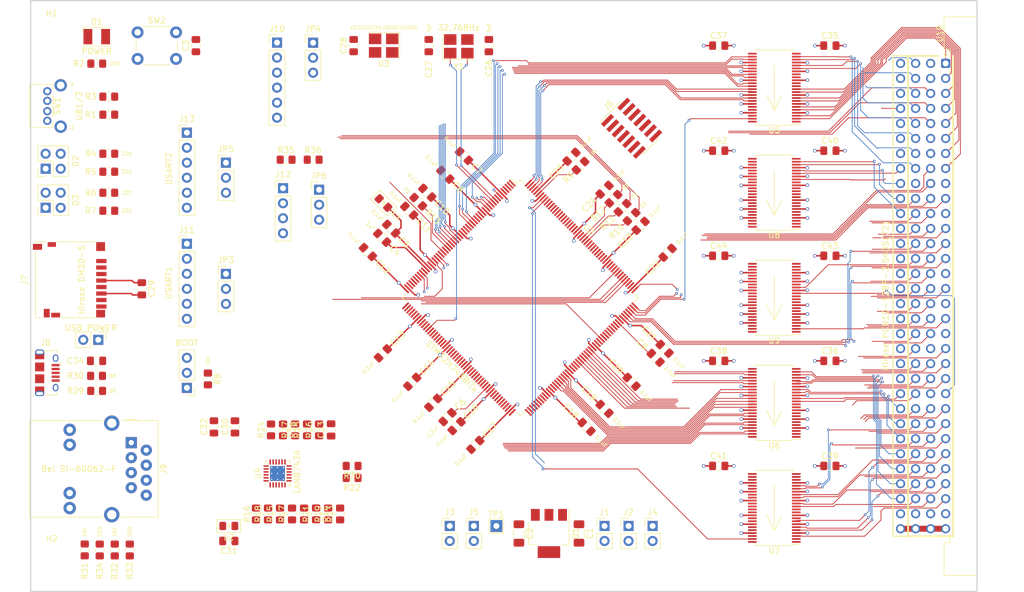
<source format=kicad_pcb>
(kicad_pcb (version 20221018) (generator pcbnew)
  (title_block (title "BigBoy"))
  (layers (0 "F.Cu" signal) (1 "In1.Cu" signal) (2 "In2.Cu" signal) (31 "B.Cu" signal) (34 "B.Paste" user) (35 "F.Paste" user) (36 "B.SilkS" user "B.Silkscreen") (37 "F.SilkS" user "F.Silkscreen") (38 "B.Mask" user) (39 "F.Mask" user) (44 "Edge.Cuts" user))
  (net 0 "")
  (net 1 "+3.3V")
  (net 2 "GND")
  (net 3 "~{RESET}")
  (net 4 "Net-(U2A-PC14)")
  (net 5 "Net-(U2A-PC15)")
  (net 6 "Net-(D1-A)")
  (net 7 "TMS{slash}SWDIO")
  (net 8 "TCK{slash}SWCLK")
  (net 9 "TDO{slash}SWO")
  (net 10 "VCP_RX")
  (net 11 "VCP_TX")
  (net 12 "USB_ID")
  (net 13 "SPI_SDO")
  (net 14 "SPI_SDI")
  (net 15 "SPI_SCK")
  (net 16 "~{SPI_CS}")
  (net 17 "USART1_TX")
  (net 18 "USART1_RX")
  (net 19 "Net-(U2D-VDDA)")
  (net 20 "USART1_RTS")
  (net 21 "I2C_SCL")
  (net 22 "I2C_SDA")
  (net 23 "USART2_CTS")
  (net 24 "USART2_TX")
  (net 25 "USART2_RX")
  (net 26 "USART2_RTS")
  (net 27 "Net-(C6-Pad1)")
  (net 28 "Net-(U2D-PDR_ON)")
  (net 29 "Net-(U2B-PG11)")
  (net 30 "RMII_TXEN")
  (net 31 "Net-(U2B-PG12)")
  (net 32 "RMII_TXD1")
  (net 33 "Net-(U2B-PG13)")
  (net 34 "RMII_TXD0")
  (net 35 "Net-(U2B-PH0)")
  (net 36 "CLK_25M")
  (net 37 "Net-(U4-RXER{slash}PHYAD0)")
  (net 38 "Net-(U4-RXD0{slash}MODE0)")
  (net 39 "Net-(U4-RXD1{slash}MODE1)")
  (net 40 "RMII_RXD0")
  (net 41 "RMII_RXD1")
  (net 42 "RMII_CRS_DV")
  (net 43 "Net-(U4-CRS_DV{slash}MODE2)")
  (net 44 "RMII_REF_CLK")
  (net 45 "Net-(U4-~{INT}{slash}REFCLKO)")
  (net 46 "RMII_MDIO")
  (net 47 "Net-(U4-RBIAS)")
  (net 48 "USB_DP")
  (net 49 "USB_DN")
  (net 50 "UL1")
  (net 51 "UL2")
  (net 52 "UL3")
  (net 53 "UL4")
  (net 54 "UB1")
  (net 55 "UB2")
  (net 56 "Net-(C9-Pad1)")
  (net 57 "LA2")
  (net 58 "LA3")
  (net 59 "LA4")
  (net 60 "LA5")
  (net 61 "LA6")
  (net 62 "LD8")
  (net 63 "LD9")
  (net 64 "LD10")
  (net 65 "LD11")
  (net 66 "LA16")
  (net 67 "LA17")
  (net 68 "LA18")
  (net 69 "LD12")
  (net 70 "LD13")
  (net 71 "LD14")
  (net 72 "LA19")
  (net 73 "LA20")
  (net 74 "LA21")
  (net 75 "LA22")
  (net 76 "LA23")
  (net 77 "LA24")
  (net 78 "LA25")
  (net 79 "LA26")
  (net 81 "RMII_MDC")
  (net 82 "LD15")
  (net 83 "LD16")
  (net 84 "LD17")
  (net 85 "LD18")
  (net 86 "LD19")
  (net 87 "LD20")
  (net 88 "LA27")
  (net 89 "LA28")
  (net 90 "LA29")
  (net 91 "LA30")
  (net 92 "LA31")
  (net 93 "LA7")
  (net 94 "LA8")
  (net 95 "LA9")
  (net 96 "LA10")
  (net 97 "LA11")
  (net 98 "LA12")
  (net 99 "LA13")
  (net 100 "LA14")
  (net 101 "LA15")
  (net 102 "LD21")
  (net 103 "LD22")
  (net 104 "LD23")
  (net 105 "LD24")
  (net 106 "LD25")
  (net 107 "LD26")
  (net 108 "LD27")
  (net 109 "SDIO_D0")
  (net 110 "SDIO_D1")
  (net 111 "LD0")
  (net 112 "LD1")
  (net 113 "LD2")
  (net 114 "LD3")
  (net 115 "TDI")
  (net 116 "SDIO_D2")
  (net 117 "SDIO_D3")
  (net 118 "SDIO_CLK")
  (net 119 "SDIO_CMD")
  (net 120 "LD28")
  (net 121 "LD29")
  (net 122 "LD30")
  (net 123 "LD31")
  (net 124 "LA0")
  (net 125 "LA1")
  (net 126 "LD4")
  (net 127 "LD5")
  (net 128 "LD6")
  (net 129 "LD7")
  (net 130 "RMII_nINT")
  (net 132 "AL_DIR")
  (net 133 "VD0")
  (net 134 "VD1")
  (net 135 "VD2")
  (net 136 "VD3")
  (net 137 "VD4")
  (net 138 "VD5")
  (net 139 "VD6")
  (net 140 "VD7")
  (net 141 "VD8")
  (net 142 "VD9")
  (net 143 "VD10")
  (net 144 "VD11")
  (net 145 "VD12")
  (net 146 "VD13")
  (net 147 "VD14")
  (net 148 "VD15")
  (net 149 "~{AL_OE}")
  (net 150 "VD16")
  (net 151 "VD17")
  (net 152 "VD18")
  (net 153 "VD19")
  (net 154 "VD20")
  (net 155 "VD21")
  (net 156 "VD22")
  (net 157 "VD23")
  (net 158 "VD24")
  (net 159 "VD25")
  (net 160 "VD26")
  (net 161 "VD27")
  (net 162 "VD28")
  (net 163 "VD29")
  (net 164 "VD30")
  (net 165 "VD31")
  (net 166 "AH_DIR")
  (net 167 "~{AH_OE}")
  (net 168 "DL_DIR")
  (net 169 "VA1")
  (net 170 "VA2")
  (net 171 "VA3")
  (net 172 "VA4")
  (net 173 "VA5")
  (net 174 "VA6")
  (net 175 "VA7")
  (net 176 "VA8")
  (net 177 "VA9")
  (net 178 "VA10")
  (net 179 "VA11")
  (net 180 "VA12")
  (net 181 "VA13")
  (net 182 "VA14")
  (net 183 "VA15")
  (net 184 "~{DL_OE}")
  (net 185 "DH_DIR")
  (net 186 "VA16")
  (net 187 "VA17")
  (net 188 "VA18")
  (net 189 "VA19")
  (net 190 "VA20")
  (net 191 "VA21")
  (net 192 "VA22")
  (net 193 "VA23")
  (net 194 "VA24")
  (net 195 "VA25")
  (net 196 "VA26")
  (net 197 "VA27")
  (net 198 "VA28")
  (net 199 "VA29")
  (net 200 "VA30")
  (net 201 "VA31")
  (net 202 "~{DH_OE}")
  (net 203 "~{CTRL_DIR}")
  (net 204 "~{VAS}")
  (net 205 "~{VDS1}")
  (net 206 "~{VDS0}")
  (net 207 "~{VWRITE}")
  (net 208 "~{VLWORD}")
  (net 209 "VAM0")
  (net 210 "VAM1")
  (net 211 "VAM2")
  (net 212 "VAM3")
  (net 213 "VAM4")
  (net 214 "VAM5")
  (net 220 "~{CTRL_OE}")
  (net 226 "LAM5")
  (net 227 "LAM4")
  (net 228 "LAM3")
  (net 229 "LAM2")
  (net 230 "LAM1")
  (net 231 "LAM0")
  (net 232 "~{LLWORD}")
  (net 233 "~{LWRITE}")
  (net 234 "~{LDS0}")
  (net 235 "~{LDS1}")
  (net 236 "~{LAS}")
  (net 237 "~{VSYSCLK}")
  (net 238 "~{VDTACK}")
  (net 239 "~{VIACK}")
  (net 240 "~{VIACKIN}")
  (net 241 "~{VIACKOUT}")
  (net 243 "~{VBBSY}")
  (net 244 "~{VBCLR}")
  (net 245 "~{VACFAIL}")
  (net 246 "~{VBG0IN}")
  (net 247 "~{VBG0OUT}")
  (net 248 "~{VBG1IN}")
  (net 249 "~{VBG1OUT}")
  (net 250 "~{VBG2IN}")
  (net 251 "~{VBG2OUT}")
  (net 252 "~{VBG3IN}")
  (net 253 "~{VBG3OUT}")
  (net 254 "~{VBR0}")
  (net 255 "~{VBR1}")
  (net 256 "~{VBR2}")
  (net 257 "~{VBR3}")
  (net 258 "~{VSERCLK}")
  (net 259 "~{VSERDAT}")
  (net 260 "~{VIRQ7}")
  (net 261 "~{VIRQ6}")
  (net 262 "~{VIRQ5}")
  (net 263 "~{VIRQ4}")
  (net 264 "~{VIRQ3}")
  (net 265 "~{VIRQ2}")
  (net 266 "~{VIRQ1}")
  (net 268 "~{VSYSFAIL}")
  (net 269 "~{VBERR}")
  (net 270 "~{VSYSRESET}")
  (net 272 "~{VRETRY}")
  (net 276 "Net-(JP1-A)")
  (net 277 "Net-(JP1-C)")
  (net 278 "SDIO_DET")
  (net 279 "+5V")
  (net 280 "Net-(U4-VDDCR)")
  (net 281 "USART1_CTS")
  (net 282 "Net-(U4-LED1{slash}REGOFF)")
  (net 283 "Net-(D2-K1)")
  (net 284 "Net-(D2-K2)")
  (net 285 "Net-(D3-K1)")
  (net 286 "Net-(D3-K2)")
  (net 287 "Net-(J12-Pin_1)")
  (net 288 "Net-(J13-Pin_4)")
  (net 290 "Net-(J9-RCT)")
  (net 291 "Net-(J8-VBUS)")
  (net 292 "Net-(J8-D-)")
  (net 293 "Net-(J8-D+)")
  (net 294 "/IO/TD+")
  (net 295 "/IO/TD-")
  (net 296 "/IO/RD+")
  (net 297 "/IO/RD-")
  (net 299 "Net-(J9-PadL2)")
  (net 300 "Net-(J9-PadL4)")
  (net 301 "Net-(J10-Pin_1)")
  (net 302 "Net-(J11-Pin_4)")
  (footprint "Package_TO_SOT_SMD:SOT-223" (layer "F.Cu") (at 138.43 115.57 -90)
    (fp_text reference "U1")
    (fp_text value "AP7361EA-33E-13")
  )
  (footprint "Capacitor_SMD:C_0805_2012Metric_Pad1.18x1.45mm_HandSolder" (layer "F.Cu") (at 121.285 95.885 -135)
    (fp_text reference "C6")
    (fp_text value "2.2uF")
  )
  (footprint "Resistor_SMD:R_0805_2012Metric_Pad1.20x1.40mm_HandSolder" (layer "F.Cu") (at 64.008 44.704 180)
    (fp_text reference "R1")
    (fp_text value "10k")
  )
  (footprint "Capacitor_SMD:C_0805_2012Metric_Pad1.18x1.45mm_HandSolder" (layer "F.Cu") (at 125.984 100.584 -135)
    (fp_text reference "C17")
    (fp_text value "0.1uF")
  )
  (footprint "Computie_Connectors:DIN41612_C_4x32_Male_Horizontal_THT" (layer "F.Cu") (at 205.5 36.03 -90)
    (fp_text reference "U10")
    (fp_text value "Hirose PCN10-128P-2.54DS(72)")
  )
  (footprint "Capacitor_SMD:C_0805_2012Metric_Pad1.18x1.45mm_HandSolder" (layer "F.Cu") (at 101.6 98.044 90)
    (fp_text reference "C33")
    (fp_text value "10uF")
  )
  (footprint "Capacitor_SMD:C_0805_2012Metric_Pad1.18x1.45mm_HandSolder" (layer "F.Cu") (at 153.924 63.5 45)
    (fp_text reference "C23")
    (fp_text value "0.1uF")
  )
  (footprint "Resistor_SMD:R_0805_2012Metric_Pad1.20x1.40mm_HandSolder" (layer "F.Cu") (at 64.008 41.656 180)
    (fp_text reference "R3")
    (fp_text value "10k")
  )
  (footprint "Capacitor_SMD:C_0805_2012Metric_Pad1.18x1.45mm_HandSolder" (layer "F.Cu") (at 142.24 51.816 45)
    (fp_text reference "C25")
    (fp_text value "0.1uF")
  )
  (footprint "Resistor_SMD:R_0805_2012Metric_Pad1.20x1.40mm_HandSolder" (layer "F.Cu") (at 90.932 112.268 90)
    (fp_text reference "R18")
    (fp_text value "33")
  )
  (footprint "Resistor_SMD:R_0805_2012Metric_Pad1.20x1.40mm_HandSolder" (layer "F.Cu") (at 105.156 104.14 180)
    (fp_text reference "R20")
    (fp_text value "33")
  )
  (footprint "Computie_SMT:TSSOP-48_6.1x12.5mm_P0.5mm" (layer "F.Cu") (at 176.53 57.912 180)
    (fp_text reference "U8")
    (fp_text value "74ALVC16245DG")
  )
  (footprint "Resistor_SMD:R_0805_2012Metric_Pad1.20x1.40mm_HandSolder" (layer "F.Cu") (at 88.9 112.268 90)
    (fp_text reference "R16")
    (fp_text value "10k")
  )
  (footprint "Connector_PinHeader_2.54mm:PinHeader_1x02_P2.54mm_Vertical" (layer "F.Cu") (at 147.828 114.3)
    (fp_text reference "J1")
    (fp_text value "5V")
  )
  (footprint "Capacitor_SMD:C_0805_2012Metric_Pad1.18x1.45mm_HandSolder" (layer "F.Cu") (at 85.344 97.536 90)
    (fp_text reference "C30")
    (fp_text value "0.1uF")
  )
  (footprint "Capacitor_SMD:C_0805_2012Metric_Pad1.18x1.45mm_HandSolder" (layer "F.Cu") (at 167.132 104.14)
    (fp_text reference "C41")
    (fp_text value "0.1uF")
  )
  (footprint "Computie_SMT:TSSOP-48_6.1x12.5mm_P0.5mm" (layer "F.Cu") (at 176.53 111.252 180)
    (fp_text reference "U7")
    (fp_text value "74ALVC16245DG")
  )
  (footprint "Connector_PinHeader_2.54mm:PinHeader_1x03_P2.54mm_Vertical" (layer "F.Cu") (at 83.82 52.832)
    (fp_text reference "JP5")
    (fp_text value "USART2")
  )
  (footprint "Resistor_SMD:R_0805_2012Metric_Pad1.20x1.40mm_HandSolder" (layer "F.Cu") (at 105.156 106.172 180)
    (fp_text reference "R22")
    (fp_text value "10k")
  )
  (footprint "Capacitor_SMD:C_0805_2012Metric_Pad1.18x1.45mm_HandSolder" (layer "F.Cu") (at 167.132 86.36)
    (fp_text reference "C38")
    (fp_text value "0.1uF")
  )
  (footprint "Capacitor_SMD:C_0805_2012Metric_Pad1.18x1.45mm_HandSolder" (layer "F.Cu") (at 128.27 33.02 90)
    (fp_text reference "C26")
    (fp_text value "5pF")
  )
  (footprint "Resistor_SMD:R_0805_2012Metric_Pad1.20x1.40mm_HandSolder" (layer "F.Cu") (at 94.996 112.268 90)
    (fp_text reference "R17")
    (fp_text value "33")
  )
  (footprint "Resistor_SMD:R_0805_2012Metric_Pad1.20x1.40mm_HandSolder" (layer "F.Cu") (at 64.008 51.308)
    (fp_text reference "R4")
    (fp_text value "220")
  )
  (footprint "Resistor_SMD:R_0805_2012Metric_Pad1.20x1.40mm_HandSolder" (layer "F.Cu") (at 61.96 91.44)
    (fp_text reference "R29")
    (fp_text value "68")
  )
  (footprint "Computie_SMT:TSSOP-48_6.1x12.5mm_P0.5mm" (layer "F.Cu") (at 176.53 40.132 180)
    (fp_text reference "U5")
    (fp_text value "74ALVC16245DG")
  )
  (footprint "Resistor_SMD:R_0805_2012Metric_Pad1.20x1.40mm_HandSolder" (layer "F.Cu") (at 59.944 118.348 -90)
    (fp_text reference "R31")
    (fp_text value "10k")
  )
  (footprint "Resistor_SMD:R_0805_2012Metric_Pad1.20x1.40mm_HandSolder" (layer "F.Cu") (at 103.124 112.268 90)
    (fp_text reference "R23")
    (fp_text value "1.5k")
  )
  (footprint "Capacitor_SMD:C_0805_2012Metric_Pad1.18x1.45mm_HandSolder" (layer "F.Cu") (at 120.904 54.864 135)
    (fp_text reference "C8")
    (fp_text value "0.1uF")
  )
  (footprint "Capacitor_SMD:C_0805_2012Metric_Pad1.18x1.45mm_HandSolder" (layer "F.Cu") (at 118.11 33.02 90)
    (fp_text reference "C27")
    (fp_text value "5pF")
  )
  (footprint "Resistor_SMD:R_0805_2012Metric_Pad1.20x1.40mm_HandSolder" (layer "F.Cu") (at 67.564 118.364 -90)
    (fp_text reference "R33")
    (fp_text value "220")
  )
  (footprint "TestPoint:TestPoint_THTPad_2.0x2.0mm_Drill1.0mm" (layer "F.Cu") (at 129.54 114.3)
    (fp_text reference "TP1")
    (fp_text value "3.3V")
  )
  (footprint "Resistor_SMD:R_0805_2012Metric_Pad1.20x1.40mm_HandSolder" (layer "F.Cu") (at 101.092 112.268 90)
    (fp_text reference "R19")
    (fp_text value "33")
  )
  (footprint "MountingHole:MountingHole_2.7mm_M2.5_DIN965" (layer "F.Cu") (at 54.37 30.9)
    (fp_text reference "H1")
    (fp_text value "MountingHole")
  )
  (footprint "Capacitor_SMD:C_0805_2012Metric_Pad1.18x1.45mm_HandSolder" (layer "F.Cu") (at 117.856 57.912 135)
    (fp_text reference "C10")
    (fp_text value "0.1uF")
  )
  (footprint "Capacitor_SMD:C_0805_2012Metric_Pad1.18x1.45mm_HandSolder" (layer "F.Cu") (at 185.928 50.8 180)
    (fp_text reference "C40")
    (fp_text value "0.1uF")
  )
  (footprint "Resistor_SMD:R_0805_2012Metric_Pad1.20x1.40mm_HandSolder" (layer "F.Cu") (at 97.536 98.044 90)
    (fp_text reference "R25")
    (fp_text value "50")
  )
  (footprint "Connector_PinHeader_2.54mm:PinHeader_1x06_P2.54mm_Vertical" (layer "F.Cu") (at 77.216 66.548)
    (fp_text reference "J11")
    (fp_text value "USART1")
  )
  (footprint "Connector_PinHeader_1.27mm:PinHeader_2x07_P1.27mm_Vertical_SMD" (layer "F.Cu") (at 152.4 46.99 45)
    (fp_text reference "J6")
    (fp_text value "Conn_ST_STDC14")
  )
  (footprint "Connector_PinHeader_2.54mm:PinHeader_1x03_P2.54mm_Vertical" (layer "F.Cu") (at 99.568 57.404)
    (fp_text reference "JP6")
    (fp_text value "I^{2}C1")
  )
  (footprint "Resistor_SMD:R_0805_2012Metric_Pad1.20x1.40mm_HandSolder" (layer "F.Cu") (at 152.4 61.976 45)
    (fp_text reference "R10")
    (fp_text value "33")
  )
  (footprint "Capacitor_SMD:C_0805_2012Metric_Pad1.18x1.45mm_HandSolder" (layer "F.Cu") (at 185.928 86.36 180)
    (fp_text reference "C36")
    (fp_text value "0.1uF")
  )
  (footprint "Resistor_SMD:R_0805_2012Metric_Pad1.20x1.40mm_HandSolder" (layer "F.Cu") (at 64.008 57.912)
    (fp_text reference "R6")
    (fp_text value "220")
  )
  (footprint "Connector_RJ:RJ45_Bel_SI-60062-F" (layer "F.Cu") (at 67.814 100.203 -90)
    (fp_text reference "J9")
    (fp_text value "Bel SI-60062-F")
  )
  (footprint "Capacitor_SMD:C_0805_2012Metric_Pad1.18x1.45mm_HandSolder" (layer "F.Cu") (at 156.464 85.852 -45)
    (fp_text reference "C9")
    (fp_text value "2.2uF")
  )
  (footprint "Capacitor_SMD:C_0805_2012Metric_Pad1.18x1.45mm_HandSolder" (layer "F.Cu") (at 78.74 33.02 90)
    (fp_text reference "C3")
    (fp_text value "0.1uF")
  )
  (footprint "Capacitor_SMD:C_0805_2012Metric_Pad1.18x1.45mm_HandSolder" (layer "F.Cu") (at 124.079 51.689 135)
    (fp_text reference "C7")
    (fp_text value "0.1uF")
  )
  (footprint "Capacitor_SMD:C_0805_2012Metric_Pad1.18x1.45mm_HandSolder" (layer "F.Cu") (at 114.808 60.96 135)
    (fp_text reference "C11")
    (fp_text value "0.1uF")
  )
  (footprint "Connector_PinHeader_2.54mm:PinHeader_1x02_P2.54mm_Vertical" (layer "F.Cu") (at 62.235 82.804 -90)
    (fp_text reference "JP2")
    (fp_text value "USB POWER")
  )
  (footprint "Crystal:Crystal_SMD_3225-4Pin_3.2x2.5mm_HandSoldering" (layer "F.Cu") (at 123.19 33.14)
    (fp_text reference "Y1")
    (fp_text value "32,768Hz")
  )
  (footprint "Capacitor_SMD:C_0805_2012Metric_Pad1.18x1.45mm_HandSolder" (layer "F.Cu") (at 84.3065 116.84 180)
    (fp_text reference "C31")
    (fp_text value "0.1uF")
  )
  (footprint "Capacitor_SMD:C_0805_2012Metric_Pad1.18x1.45mm_HandSolder" (layer "F.Cu") (at 185.928 104.14 180)
    (fp_text reference "C39")
    (fp_text value "0.1uF")
  )
  (footprint "Capacitor_SMD:C_0805_2012Metric_Pad1.18x1.45mm_HandSolder" (layer "F.Cu") (at 157.988 84.328 -45)
    (fp_text reference "C21")
    (fp_text value "0.1uF")
  )
  (footprint "Resistor_SMD:R_0805_2012Metric_Pad1.20x1.40mm_HandSolder" (layer "F.Cu") (at 149.352 58.928 45)
    (fp_text reference "R12")
    (fp_text value "33")
  )
  (footprint "Resistor_SMD:R_0805_2012Metric_Pad1.20x1.40mm_HandSolder" (layer "F.Cu") (at 97.028 112.268 -90)
    (fp_text reference "R14")
    (fp_text value "10k")
  )
  (footprint "Resistor_SMD:R_0805_2012Metric_Pad1.20x1.40mm_HandSolder" (layer "F.Cu") (at 99.06 112.252 90)
    (fp_text reference "R21")
    (fp_text value "10k")
  )
  (footprint "Capacitor_SMD:C_0805_2012Metric_Pad1.18x1.45mm_HandSolder" (layer "F.Cu") (at 147.828 94.488 -45)
    (fp_text reference "C19")
    (fp_text value "0.1uF")
  )
  (footprint "Resistor_SMD:R_0805_2012Metric_Pad1.20x1.40mm_HandSolder" (layer "F.Cu") (at 61.976 36.068 180)
    (fp_text reference "R2")
    (fp_text value "220")
  )
  (footprint "Connector_PinHeader_2.54mm:PinHeader_1x04_P2.54mm_Vertical" (layer "F.Cu") (at 93.472 57.15)
    (fp_text reference "J12")
    (fp_text value "I^{2}C1")
  )
  (footprint "Crystal:Crystal_SMD_3225-4Pin_3.2x2.5mm_HandSoldering" (layer "F.Cu") (at 110.49 33.02 180)
    (fp_text reference "U3")
    (fp_text value "KC3225Z25.0000C1KX00")
  )
  (footprint "Computie_Miscellaneous:Dialight 553-0xxxF" (layer "F.Cu") (at 54.61 52.578)
    (fp_text reference "D2")
    (fp_text value "Dialight 5530188F")
  )
  (footprint "Resistor_SMD:R_0805_2012Metric_Pad1.20x1.40mm_HandSolder" (layer "F.Cu") (at 99.568 98.044 90)
    (fp_text reference "R26")
    (fp_text value "50")
  )
  (footprint "Resistor_SMD:R_0805_2012Metric_Pad1.20x1.40mm_HandSolder" (layer "F.Cu") (at 65.024 118.364 -90)
    (fp_text reference "R32")
    (fp_text value "10k")
  )
  (footprint "Computie_SMT:TSSOP-48_6.1x12.5mm_P0.5mm" (layer "F.Cu") (at 176.53 75.692 180)
    (fp_text reference "U9")
    (fp_text value "74ALVC16245DG")
  )
  (footprint "Capacitor_SMD:C_0805_2012Metric_Pad1.18x1.45mm_HandSolder" (layer "F.Cu") (at 69.596 74.168 -90)
    (fp_text reference "C29")
    (fp_text value "0.1uF")
  )
  (footprint "Resistor_SMD:R_0805_2012Metric_Pad1.20x1.40mm_HandSolder" (layer "F.Cu") (at 61.944 88.9)
    (fp_text reference "R30")
    (fp_text value "68")
  )
  (footprint "Package_QFP:LQFP-208_28x28mm_P0.5mm" (layer "F.Cu") (at 133.5825 75.692 -45)
    (fp_text reference "U2")
    (fp_text value "STM32H743BITx")
  )
  (footprint "Capacitor_SMD:C_0805_2012Metric_Pad1.18x1.45mm_HandSolder" (layer "F.Cu") (at 158.496 68.072 45)
    (fp_text reference "C22")
    (fp_text value "0.1uF")
  )
  (footprint "Capacitor_SMD:C_0805_2012Metric_Pad1.18x1.45mm_HandSolder" (layer "F.Cu") (at 61.944 86.36)
    (fp_text reference "C34")
    (fp_text value "0.1uF")
  )
  (footprint "Resistor_SMD:R_0805_2012Metric_Pad1.20x1.40mm_HandSolder" (layer "F.Cu") (at 143.764 53.34 -135)
    (fp_text reference "R9")
    (fp_text value "10k")
  )
  (footprint "Capacitor_SMD:C_0805_2012Metric_Pad1.18x1.45mm_HandSolder" (layer "F.Cu") (at 105.41 33.02 90)
    (fp_text reference "C28")
    (fp_text value "0.1uF")
  )
  (footprint "Capacitor_SMD:C_0805_2012Metric_Pad1.18x1.45mm_HandSolder" (layer "F.Cu") (at 118.872 93.472 -135)
    (fp_text reference "C15")
    (fp_text value "0.1uF")
  )
  (footprint "Capacitor_SMD:C_0805_2012Metric_Pad1.18x1.45mm_HandSolder" (layer "F.Cu") (at 81.788 97.536 90)
    (fp_text reference "C32")
    (fp_text value "0.1uF")
  )
  (footprint "Connector_PinHeader_2.54mm:PinHeader_1x02_P2.54mm_Vertical" (layer "F.Cu") (at 125.73 114.3)
    (fp_text reference "J5")
    (fp_text value "3.3V")
  )
  (footprint "Capacitor_SMD:C_0805_2012Metric_Pad1.18x1.45mm_HandSolder" (layer "F.Cu") (at 110.236 65.532 -45)
    (fp_text reference "C4")
    (fp_text value "1uF")
  )
  (footprint "Resistor_SMD:R_0805_2012Metric_Pad1.20x1.40mm_HandSolder" (layer "F.Cu") (at 62.484 118.364 -90)
    (fp_text reference "R34")
    (fp_text value "220")
  )
  (footprint "Capacitor_SMD:C_0805_2012Metric_Pad1.18x1.45mm_HandSolder" (layer "F.Cu") (at 111.76 64.008 -45)
    (fp_text reference "C5")
    (fp_text value "0.1uF")
  )
  (footprint "Connector_PinHeader_2.54mm:PinHeader_1x06_P2.54mm_Vertical" (layer "F.Cu") (at 77.216 47.752)
    (fp_text reference "J13")
    (fp_text value "USART2")
  )
  (footprint "Package_DFN_QFN:VQFN-24-1EP_4x4mm_P0.5mm_EP2.5x2.5mm_ThermalVias" (layer "F.Cu") (at 92.5505 105.41 90)
    (fp_text reference "U4")
    (fp_text value "LAN8742A")
  )
  (footprint "LED_SMD:LED_PLCC-2_3.4x3.0mm_KA" (layer "F.Cu") (at 61.976 31.496)
    (fp_text reference "D1")
    (fp_text value "POWER")
  )
  (footprint "Resistor_SMD:R_0805_2012Metric_Pad1.20x1.40mm_HandSolder" (layer "F.Cu") (at 64.008 60.96)
    (fp_text reference "R7")
    (fp_text value "220")
  )
  (footprint "Resistor_SMD:R_0805_2012Metric_Pad1.20x1.40mm_HandSolder" (layer "F.Cu") (at 80.772 89.424 -90)
    (fp_text reference "R8")
    (fp_text value "10k")
  )
  (footprint "Connector_PinHeader_2.54mm:PinHeader_1x03_P2.54mm_Vertical" (layer "F.Cu") (at 77.216 90.932 180)
    (fp_text reference "JP1")
    (fp_text value "BOOT")
  )
  (footprint "Computie_Miscellaneous:Dialight 553-0xxxF" (layer "F.Cu") (at 54.61 59.182)
    (fp_text reference "D3")
    (fp_text value "Dialight 5530177F")
  )
  (footprint "Connector_Card:microSD_HC_Hirose_DM3D-SF" (layer "F.Cu") (at 57.404 72.644 90)
    (fp_text reference "J7")
    (fp_text value "Hirose DM3D-S")
  )
  (footprint "Capacitor_SMD:C_1206_3216Metric_Pad1.33x1.80mm_HandSolder" (layer "F.Cu") (at 143.51 115.57 -90)
    (fp_text reference "C1")
    (fp_text value "4.7uF")
  )
  (footprint "PCM_Ferrite_SMD_Handsoldering_AKL:Ferrite_0805_2012Metric_Pad1.15x1.40mm_BigPads" (layer "F.Cu") (at 110.452784 59.652784 135)
    (fp_text reference "L1")
    (fp_text value "600Ω @ 100MHz (MI0805K601R-10)" hide)
  )
  (footprint "Resistor_SMD:R_0805_2012Metric_Pad1.20x1.40mm_HandSolder" (layer "F.Cu") (at 93.996 52.324)
    (fp_text reference "R35")
    (fp_text value "4.7k")
  )
  (footprint "Resistor_SMD:R_0805_2012Metric_Pad1.20x1.40mm_HandSolder" (layer "F.Cu") (at 150.876 60.452 45)
    (fp_text reference "R11")
    (fp_text value "33")
  )
  (footprint "Capacitor_SMD:C_0805_2012Metric_Pad1.18x1.45mm_HandSolder" (layer "F.Cu") (at 167.132 33.02)
    (fp_text reference "C37")
    (fp_text value "0.1uF")
  )
  (footprint "Capacitor_SMD:C_0805_2012Metric_Pad1.18x1.45mm_HandSolder" (layer "F.Cu") (at 122.809 97.409 -135)
    (fp_text reference "C16")
    (fp_text value "0.1uF")
  )
  (footprint "PCM_Ferrite_SMD_Handsoldering_AKL:Ferrite_0805_2012Metric_Pad1.15x1.40mm_BigPads" (layer "F.Cu") (at 84.3065 114.3 180)
    (fp_text reference "L2")
    (fp_text value "600Ω @ 100MHz (MI0805K601R-10)" hide)
  )
  (footprint "Connector_PinHeader_2.54mm:PinHeader_1x06_P2.54mm_Vertical" (layer "F.Cu") (at 92.456 32.512)
    (fp_text reference "J10")
    (fp_text value "SPI2")
  )
  (footprint "Resistor_SMD:R_0805_2012Metric_Pad1.20x1.40mm_HandSolder" (layer "F.Cu") (at 95.504 98.044 90)
    (fp_text reference "R27")
    (fp_text value "50")
  )
  (footprint "Resistor_SMD:R_0805_2012Metric_Pad1.20x1.40mm_HandSolder" (layer "F.Cu") (at 93.472 98.044 -90)
    (fp_text reference "R28")
    (fp_text value "50")
  )
  (footprint "Resistor_SMD:R_0805_2012Metric_Pad1.20x1.40mm_HandSolder" (layer "F.Cu") (at 116.332 59.436 135)
    (fp_text reference "R13")
    (fp_text value "51")
  )
  (footprint "Computie_Miscellaneous:E-Switch TL2243" (layer "F.Cu") (at 53.62 43.236 90)
    (fp_text reference "SW1")
    (fp_text value "UB1/2")
  )
  (footprint "Capacitor_SMD:C_0805_2012Metric_Pad1.18x1.45mm_HandSolder" (layer "F.Cu") (at 147.828 57.404 45)
    (fp_text reference "C24")
    (fp_text value "0.1uF")
  )
  (footprint "Capacitor_SMD:C_0805_2012Metric_Pad1.18x1.45mm_HandSolder" (layer "F.Cu") (at 167.132 68.58)
    (fp_text reference "C44")
    (fp_text value "0.1uF")
  )
  (footprint "Capacitor_SMD:C_0805_2012Metric_Pad1.18x1.45mm_HandSolder" (layer "F.Cu") (at 115.316 89.916 -135)
    (fp_text reference "C14")
    (fp_text value "0.1uF")
  )
  (footprint "Capacitor_SMD:C_0805_2012Metric_Pad1.18x1.45mm_HandSolder" (layer "F.Cu") (at 152.4 89.916 -45)
    (fp_text reference "C20")
    (fp_text value "0.1uF")
  )
  (footprint "Connector_PinHeader_2.54mm:PinHeader_1x03_P2.54mm_Vertical" (layer "F.Cu") (at 98.552 32.527)
    (fp_text reference "JP4")
    (fp_text value "SPI1")
  )
  (footprint "Resistor_SMD:R_0805_2012Metric_Pad1.20x1.40mm_HandSolder" (layer "F.Cu") (at 64.008 54.356)
    (fp_text reference "R5")
    (fp_text value "220")
  )
  (footprint "Capacitor_SMD:C_1206_3216Metric_Pad1.33x1.80mm_HandSolder" (layer "F.Cu") (at 133.35 115.57 -90)
    (fp_text reference "C2")
    (fp_text value "4.7uF")
  )
  (footprint "Capacitor_SMD:C_0805_2012Metric_Pad1.18x1.45mm_HandSolder" (layer "F.Cu") (at 107.823 67.945 135)
    (fp_text reference "C12")
    (fp_text value "0.1uF")
  )
  (footprint "Computie_SMT:TSSOP-48_6.1x12.5mm_P0.5mm" (layer "F.Cu") (at 176.53 93.472 180)
    (fp_text reference "U6")
    (fp_text value "74ALVC16245DG")
  )
  (footprint "Connector_PinHeader_2.54mm:PinHeader_1x02_P2.54mm_Vertical" (layer "F.Cu") (at 155.956 114.3)
    (fp_text reference "J4")
    (fp_text value "5V")
  )
  (footprint "Button_Switch_THT:SW_PUSH_6mm" (layer "F.Cu") (at 68.886 30.77)
    (fp_text reference "SW2")
    (fp_text value "~{RESET}")
  )
  (footprint "Capacitor_SMD:C_0805_2012Metric_Pad1.18x1.45mm_HandSolder" (layer "F.Cu") (at 185.928 33.02 180)
    (fp_text reference "C35")
    (fp_text value "0.1uF")
  )
  (footprint "Connector_PinHeader_2.54mm:PinHeader_1x03_P2.54mm_Vertical" (layer "F.Cu") (at 83.82 71.643)
    (fp_text reference "JP3")
    (fp_text value "USART1")
  )
  (footprint "MountingHole:MountingHole_2.7mm_M2.5_DIN965" (layer "F.Cu") (at 54.37 119.8)
    (fp_text reference "H2")
    (fp_text value "MountingHole")
  )
  (footprint "Capacitor_SMD:C_0805_2012Metric_Pad1.18x1.45mm_HandSolder" (layer "F.Cu") (at 144.78 97.536 -45)
    (fp_text reference "C18")
    (fp_text value "0.1uF")
  )
  (footprint "Capacitor_SMD:C_0805_2012Metric_Pad1.18x1.45mm_HandSolder" (layer "F.Cu") (at 185.928 68.58 180)
    (fp_text reference "C43")
    (fp_text value "0.1uF")
  )
  (footprint "Connector_PinHeader_2.54mm:PinHeader_1x02_P2.54mm_Vertical" (layer "F.Cu") (at 151.892 114.3)
    (fp_text reference "J2")
    (fp_text value "5V")
  )
  (footprint "Connector_USB:USB_Micro-B_Amphenol_10118194_Horizontal" (layer "F.Cu") (at 53.624 88.392 -90)
    (fp_text reference "J8")
    (fp_text value "Amphenol 10118194-0001LF")
  )
  (footprint "Capacitor_SMD:C_0805_2012Metric_Pad1.18x1.45mm_HandSolder" (layer "F.Cu") (at 167.132 50.8)
    (fp_text reference "C42")
    (fp_text value "0.1uF")
  )
  (footprint "Resistor_SMD:R_0805_2012Metric_Pad1.20x1.40mm_HandSolder" (layer "F.Cu") (at 98.568 52.324)
    (fp_text reference "R36")
    (fp_text value "4.7k")
  )
  (footprint "Connector_PinHeader_2.54mm:PinHeader_1x02_P2.54mm_Vertical" (layer "F.Cu") (at 121.666 114.3)
    (fp_text reference "J3")
    (fp_text value "3.3V")
  )
  (footprint "Capacitor_SMD:C_0805_2012Metric_Pad1.18x1.45mm_HandSolder" (layer "F.Cu") (at 110.363 85.09 -135)
    (fp_text reference "C13")
    (fp_text value "0.1uF")
  )
  (footprint "Resistor_SMD:R_0805_2012Metric_Pad1.20x1.40mm_HandSolder" (layer "F.Cu") (at 92.964 112.268 90)
    (fp_text reference "R15")
    (fp_text value "10k")
  )
  (footprint "Resistor_SMD:R_0805_2012Metric_Pad1.20x1.40mm_HandSolder" (layer "F.Cu") (at 91.44 98.044 90)
    (fp_text reference "R24")
    (fp_text value "12.1k")
  )
  (gr_rect locked (start 50.8 25.4) (end 210.8 125.4) (stroke (width 0.2)) (fill none) (layer "Edge.Cuts"))
  (segment (start 144.399 63.119) (end 144.387734 63.119) (width 0.254) (layer "F.Cu") (net 1))
  (segment (start 170.9606 37.382) (end 170.942 37.3634) (width 0.254) (layer "F.Cu") (net 1))
  (segment (start 166.0945 68.58) (end 164.592 68.58) (width 0.254) (layer "F.Cu") (net 1))
  (segment (start 122.174 63.929946) (end 123.382485 65.138431) (width 0.254) (layer "F.Cu") (net 1))
  (segment (start 127.381 92.837) (end 127.397656 92.837) (width 0.254) (layer "F.Cu") (net 1))
  (segment (start 157.762377 68.805623) (end 157.762377 68.836239) (width 0.254) (layer "F.Cu") (net 1))
  (segment (start 172.8175 108.502) (end 170.9606 108.502) (width 0.254) (layer "F.Cu") (net 1))
  (segment (start 121.666 61.722) (end 118.589623 58.645623) (width 0.254) (layer "F.Cu") (net 1))
  (segment (start 62.754 72.769) (end 67.947 72.769) (width 0.254) (layer "F.Cu") (net 1))
  (segment (start 170.9488 96.222) (end 170.942 96.2152) (width 0.254) (layer "F.Cu") (net 1))
  (segment (start 131.318 58.931811) (end 131.318 59.309) (width 0.254) (layer "F.Cu") (net 1))
  (segment (start 120.015 85.370412) (end 120.015 85.344) (width 0.254) (layer "F.Cu") (net 1))
  (segment (start 146.304 61.202734) (end 144.399 63.107734) (width 0.254) (layer "F.Cu") (net 1))
  (segment (start 116.203035 89.182377) (end 120.015 85.370412) (width 0.254) (layer "F.Cu") (net 1))
  (segment (start 68.3085 73.1305) (end 69.596 73.1305) (width 0.254) (layer "F.Cu") (net 1))
  (segment (start 152.070082 80.391) (end 150.853583 79.174501) (width 0.254) (layer "F.Cu") (net 1))
  (segment (start 121.637623 55.597623) (end 121.637623 55.615395) (width 0.254) (layer "F.Cu") (net 1))
  (segment (start 166.0945 104.14) (end 164.592 104.14) (width 0.254) (layer "F.Cu") (net 1))
  (segment (start 124.812623 52.426434) (end 130.453552 58.067363) (width 0.254) (layer "F.Cu") (net 1))
  (segment (start 114.935 80.518) (end 114.967918 80.518) (width 0.254) (layer "F.Cu") (net 1))
  (segment (start 153.172605 64.233623) (end 149.352 68.054228) (width 0.254) (layer "F.Cu") (net 1))
  (segment (start 132.872616 93.726) (end 133.096 93.726) (width 0.254) (layer "F.Cu") (net 1))
  (segment (start 123.542623 96.675377) (end 123.559279 96.675377) (width 0.254) (layer "F.Cu") (net 1))
  (segment (start 170.9488 78.442) (end 170.942 78.4352) (width 0.254) (layer "F.Cu") (net 1))
  (segment (start 124.685623 52.549623) (end 124.812623 52.422623) (width 0.254) (layer "F.Cu") (net 1))
  (segment (start 147.094377 93.754377) (end 147.048683 93.754377) (width 0.254) (layer "F.Cu") (net 1))
  (segment (start 143.002 89.662) (end 142.956306 89.662) (width 0.254) (layer "F.Cu") (net 1))
  (segment (start 153.190377 64.233623) (end 153.172605 64.233623) (width 0.254) (layer "F.Cu") (net 1))
  (segment (start 149.352 68.054228) (end 149.352 68.072) (width 0.254) (layer "F.Cu") (net 1))
  (segment (start 113.03 73.152) (end 113.011278 73.152) (width 0.254) (layer "F.Cu") (net 1))
  (segment (start 166.0945 50.8) (end 164.592 50.8) (width 0.254) (layer "F.Cu") (net 1))
  (segment (start 127.397656 92.837) (end 128.685786 91.54887) (width 0.254) (layer "F.Cu") (net 1))
  (segment (start 127.381 92.853656) (end 127.381 92.837) (width 0.254) (layer "F.Cu") (net 1))
  (segment (start 170.9606 72.942) (end 170.942 72.9234) (width 0.254) (layer "F.Cu") (net 1))
  (segment (start 131.867766 94.73085) (end 132.872616 93.726) (width 0.254) (layer "F.Cu") (net 1))
  (segment (start 149.352 68.072) (end 149.334228 68.072) (width 0.254) (layer "F.Cu") (net 1))
  (segment (start 170.9606 55.162) (end 170.942 55.1434) (width 0.254) (layer "F.Cu") (net 1))
  (segment (start 142.956306 89.662) (end 141.661195 88.366889) (width 0.254) (layer "F.Cu") (net 1))
  (segment (start 125.984 59.944) (end 125.984 59.961772) (width 0.254) (layer "F.Cu") (net 1))
  (segment (start 108.556623 68.697345) (end 108.556623 68.678623) (width 0.254) (layer "F.Cu") (net 1))
  (segment (start 172.8175 42.882) (end 170.9488 42.882) (width 0.254) (layer "F.Cu") (net 1))
  (segment (start 170.9606 90.722) (end 170.942 90.7034) (width 0.254) (layer "F.Cu") (net 1))
  (segment (start 120.041412 85.344) (end 121.261164 84.124248) (width 0.254) (layer "F.Cu") (net 1))
  (segment (start 117.489833 68.438167) (end 116.658107 67.606441) (width 0.254) (layer "F.Cu") (net 1))
  (segment (start 157.762377 68.836239) (end 152.62135 73.977266) (width 0.254) (layer "F.Cu") (net 1))
  (segment (start 116.658107 62.810107) (end 115.541623 61.693623) (width 0.254) (layer "F.Cu") (net 1))
  (segment (start 122.174 63.929946) (end 121.666 63.421946) (width 0.254) (layer "F.Cu") (net 1))
  (segment (start 119.718103 92.738377) (end 119.605623 92.738377) (width 0.254) (layer "F.Cu") (net 1))
  (segment (start 136.357894 57.698106) (end 136.357894 57.71381) (width 0.254) (layer "F.Cu") (net 1))
  (segment (start 126.748239 99.850377) (end 131.867766 94.73085) (width 0.254) (layer "F.Cu") (net 1))
  (segment (start 144.387734 63.119) (end 143.075409 64.431325) (width 0.254) (layer "F.Cu") (net 1))
  (segment (start 146.304 58.928) (end 146.304 61.202734) (width 0.254) (layer "F.Cu") (net 1))
  (segment (start 154.051 80.391) (end 157.254377 83.594377) (width 0.254) (layer "F.Cu") (net 1))
  (segment (start 116.658107 67.606441) (end 116.658107 62.810107) (width 0.254) (layer "F.Cu") (net 1))
  (segment (start 147.048683 93.754377) (end 143.002 89.707694) (width 0.254) (layer "F.Cu") (net 1))
  (segment (start 152.146 80.391) (end 154.051 80.391) (width 0.254) (layer "F.Cu") (net 1))
  (segment (start 125.966228 59.944) (end 125.984 59.944) (width 0.254) (layer "F.Cu") (net 1))
  (segment (start 139.513344 92.583) (end 143.732721 96.802377) (width 0.254) (layer "F.Cu") (net 1))
  (segment (start 141.506377 52.549623) (end 136.357894 57.698106) (width 0.254) (layer "F.Cu") (net 1))
  (segment (start 114.967918 80.518) (end 116.311417 79.174501) (width 0.254) (layer "F.Cu") (net 1))
  (segment (start 114.190097 74.330819) (end 113.03 73.170722) (width 0.254) (layer "F.Cu") (net 1))
  (segment (start 110.969623 84.102377) (end 111.383541 84.102377) (width 0.254) (layer "F.Cu") (net 1))
  (segment (start 170.9606 108.502) (end 170.942 108.4834) (width 0.254) (layer "F.Cu") (net 1))
  (segment (start 125.984 59.961772) (end 127.271572 61.249344) (width 0.254) (layer "F.Cu") (net 1))
  (segment (start 172.8175 78.442) (end 170.9488 78.442) (width 0.254) (layer "F.Cu") (net 1))
  (segment (start 121.637623 55.615395) (end 125.966228 59.944) (width 0.254) (layer "F.Cu") (net 1))
  (segment (start 139.513344 92.583) (end 138.479214 91.54887) (width 0.254) (layer "F.Cu") (net 1))
  (segment (start 114.935 80.550918) (end 114.935 80.518) (width 0.254) (layer "F.Cu") (net 1))
  (segment (start 147.094377 58.137623) (end 146.304 58.928) (width 0.254) (layer "F.Cu") (net 1))
  (segment (start 149.334228 68.072) (end 148.025156 69.381072) (width 0.254) (layer "F.Cu") (net 1))
  (segment (start 144.399 63.107734) (end 144.399 63.119) (width 0.254) (layer "F.Cu") (net 1))
  (segment (start 124.812623 52.422623) (end 124.812623 52.426434) (width 0.254) (layer "F.Cu") (net 1))
  (segment (start 113.03 73.170722) (end 113.03 73.152) (width 0.254) (layer "F.Cu") (net 1))
  (segment (start 121.666 63.421946) (end 121.666 61.722) (width 0.254) (layer "F.Cu") (net 1))
  (segment (start 172.8175 60.662) (end 170.9488 60.662) (width 0.254) (layer "F.Cu") (net 1))
  (segment (start 166.0945 86.36) (end 164.592 86.36) (width 0.254) (layer "F.Cu") (net 1))
  (segment (start 67.947 72.769) (end 68.3085 73.1305) (width 0.254) (layer "F.Cu") (net 1))
  (segment (start 123.559279 96.675377) (end 127.381 92.853656) (width 0.254) (layer "F.Cu") (net 1))
  (segment (start 172.8175 37.382) (end 170.9606 37.382) (width 0.254) (layer "F.Cu") (net 1))
  (segment (start 170.9488 60.662) (end 170.942 60.6552) (width 0.254) (layer "F.Cu") (net 1))
  (segment (start 143.002 89.707694) (end 143.002 89.662) (width 0.254) (layer "F.Cu") (net 1))
  (segment (start 152.62135 73.977266) (end 151.795616 74.803) (width 0.254) (layer "F.Cu") (net 1))
  (segment (start 152.146 80.391) (end 152.070082 80.391) (width 0.254) (layer "F.Cu") (net 1))
  (segment (start 166.0945 33.02) (end 164.592 33.02) (width 0.254) (layer "F.Cu") (net 1))
  (segment (start 146.257389 83.773389) (end 146.257389 83.770695) (width 0.254) (layer "F.Cu") (net 1))
  (segment (start 172.8175 96.222) (end 170.9488 96.222) (width 0.254) (layer "F.Cu") (net 1))
  (segment (start 170.9488 114.002) (end 170.942 113.9952) (width 0.254) (layer "F.Cu") (net 1))
  (segment (start 147.574 85.09) (end 146.257389 83.773389) (width 0.254) (layer "F.Cu") (net 1))
  (segment (start 126.717623 99.850377) (end 126.748239 99.850377) (width 0.254) (layer "F.Cu") (net 1))
  (segment (start 151.666377 89.182377) (end 147.574 85.09) (width 0.254) (layer "F.Cu") (net 1))
  (segment (start 130.453552 58.067363) (end 131.318 58.931811) (width 0.254) (layer "F.Cu") (net 1))
  (segment (start 113.011278 73.152) (end 108.556623 68.697345) (width 0.254) (layer "F.Cu") (net 1))
  (segment (start 111.383541 84.102377) (end 114.935 80.550918) (width 0.254) (layer "F.Cu") (net 1))
  (segment (start 124.796698 87.659782) (end 119.718103 92.738377) (width 0.254) (layer "F.Cu") (net 1))
  (segment (start 120.015 85.344) (end 120.041412 85.344) (width 0.254) (layer "F.Cu") (net 1))
  (segment (start 172.8175 55.162) (end 170.9606 55.162) (width 0.254) (layer "F.Cu") (net 1))
  (segment (start 172.8175 114.002) (end 170.9488 114.002) (width 0.254) (layer "F.Cu") (net 1))
  (segment (start 143.732721 96.802377) (end 144.046377 96.802377) (width 0.254) (layer "F.Cu") (net 1))
  (segment (start 172.8175 90.722) (end 170.9606 90.722) (width 0.254) (layer "F.Cu") (net 1))
  (segment (start 117.489833 68.438167) (end 118.786291 69.734625) (width 0.254) (layer "F.Cu") (net 1))
  (segment (start 151.795616 74.803) (end 151.384 74.803) (width 0.254) (layer "F.Cu") (net 1))
  (segment (start 170.9488 42.882) (end 170.942 42.8752) (width 0.254) (layer "F.Cu") (net 1))
  (segment (start 116.049623 89.182377) (end 116.203035 89.182377) (width 0.254) (layer "F.Cu") (net 1))
  (segment (start 172.8175 72.942) (end 170.9606 72.942) (width 0.254) (layer "F.Cu") (net 1))
  (via (at 139.513344 92.583) (size 0.6) (drill 0.4) (layers "F.Cu" "B.Cu") (net 1))
  (via (at 149.352 68.072) (size 0.6) (drill 0.4) (layers "F.Cu" "B.Cu") (net 1))
  (via (at 170.942 78.4352) (size 0.6) (drill 0.4) (layers "F.Cu" "B.Cu") (net 1))
  (via (at 131.318 59.309) (size 0.6) (drill 0.4) (layers "F.Cu" "B.Cu") (net 1))
  (via (at 170.942 42.8752) (size 0.6) (drill 0.4) (layers "F.Cu" "B.Cu") (net 1))
  (via (at 122.174 63.929946) (size 0.6) (drill 0.4) (layers "F.Cu" "B.Cu") (net 1))
  (via (at 170.942 37.3634) (size 0.6) (drill 0.4) (layers "F.Cu" "B.Cu") (net 1))
  (via (at 170.942 96.2152) (size 0.6) (drill 0.4) (layers "F.Cu" "B.Cu") (net 1))
  (via (at 127.381 92.837) (size 0.6) (drill 0.4) (layers "F.Cu" "B.Cu") (net 1))
  (via (at 152.146 80.391) (size 0.6) (drill 0.4) (layers "F.Cu" "B.Cu") (net 1))
  (via (at 133.096 93.726) (size 0.6) (drill 0.4) (layers "F.Cu" "B.Cu") (net 1))
  (via (at 147.574 85.09) (size 0.6) (drill 0.4) (layers "F.Cu" "B.Cu") (net 1))
  (via (at 170.942 72.9234) (size 0.6) (drill 0.4) (layers "F.Cu" "B.Cu") (net 1))
  (via (at 144.399 63.119) (size 0.6) (drill 0.4) (layers "F.Cu" "B.Cu") (net 1))
  (via (at 125.984 59.944) (size 0.6) (drill 0.4) (layers "F.Cu" "B.Cu") (net 1))
  (via (at 170.942 60.6552) (size 0.6) (drill 0.4) (layers "F.Cu" "B.Cu") (net 1))
  (via (at 151.384 74.803) (size 0.6) (drill 0.4) (layers "F.Cu" "B.Cu") (net 1))
  (via (at 143.002 89.662) (size 0.6) (drill 0.4) (layers "F.Cu" "B.Cu") (net 1))
  (via (at 170.942 108.4834) (size 0.6) (drill 0.4) (layers "F.Cu" "B.Cu") (net 1))
  (via (at 170.942 55.1434) (size 0.6) (drill 0.4) (layers "F.Cu" "B.Cu") (net 1))
  (via (at 114.935 80.518) (size 0.6) (drill 0.4) (layers "F.Cu" "B.Cu") (net 1))
  (via (at 164.592 86.36) (size 0.6) (drill 0.4) (layers "F.Cu" "B.Cu") (net 1))
  (via (at 117.489833 68.438167) (size 0.6) (drill 0.4) (layers "F.Cu" "B.Cu") (net 1))
  (via (at 164.592 68.58) (size 0.6) (drill 0.4) (layers "F.Cu" "B.Cu") (net 1))
  (via (at 113.03 73.152) (size 0.6) (drill 0.4) (layers "F.Cu" "B.Cu") (net 1))
  (via (at 164.592 50.8) (size 0.6) (drill 0.4) (layers "F.Cu" "B.Cu") (net 1))
  (via (at 164.592 104.14) (size 0.6) (drill 0.4) (layers "F.Cu" "B.Cu") (net 1))
  (via (at 120.015 85.344) (size 0.6) (drill 0.4) (layers "F.Cu" "B.Cu") (net 1))
  (via (at 164.592 33.02) (size 0.6) (drill 0.4) (layers "F.Cu" "B.Cu") (net 1))
  (via (at 170.942 113.9952) (size 0.6) (drill 0.4) (layers "F.Cu" "B.Cu") (net 1))
  (via (at 170.942 90.7034) (size 0.6) (drill 0.4) (layers "F.Cu" "B.Cu") (net 1))
  (segment (start 148.378709 69.734625) (end 147.574 70.539334) (width 0.254) (layer "F.Cu") (net 2))
  (segment (start 116.66497 79.528054) (end 117.580024 78.613) (width 0.254) (layer "F.Cu") (net 2))
  (segment (start 172.8175 59.162) (end 170.9474 59.162) (width 0.254) (layer "F.Cu") (net 2))
  (segment (start 180.2425 92.222) (end 182.098 92.222) (width 0.254) (layer "F.Cu") (net 2))
  (segment (start 170.9592 53.662) (end 170.942 53.6448) (width 0.254) (layer "F.Cu") (net 2))
  (segment (start 172.8175 41.382) (end 170.9474 41.382) (width 0.254) (layer "F.Cu") (net 2))
  (segment (start 180.2425 76.942) (end 182.0872 76.942) (width 0.254) (layer "F.Cu") (net 2))
  (segment (start 125.222 65.659) (end 124.61016 65.659) (width 0.254) (layer "F.Cu") (net 2))
  (segment (start 182.098 74.442) (end 182.118 74.422) (width 0.254) (layer "F.Cu") (net 2))
  (segment (start 145.161 83.381412) (end 145.161 82.804) (width 0.254) (layer "F.Cu") (net 2))
  (segment (start 168.1695 50.8) (end 169.672 50.8) (width 0.254) (layer "F.Cu") (net 2))
  (segment (start 172.8175 94.722) (end 170.9474 94.722) (width 0.254) (layer "F.Cu") (net 2))
  (segment (start 186.9655 33.02) (end 188.468 33.02) (width 0.254) (layer "F.Cu") (net 2))
  (segment (start 137.16 90.932) (end 137.287 91.059) (width 0.254) (layer "F.Cu") (net 2))
  (segment (start 170.9592 35.882) (end 170.942 35.8648) (width 0.254) (layer "F.Cu") (net 2))
  (segment (start 182.0872 94.722) (end 182.118 94.6912) (width 0.254) (layer "F.Cu") (net 2))
  (segment (start 180.2425 94.722) (end 182.0872 94.722) (width 0.254) (layer "F.Cu") (net 2))
  (segment (start 170.9474 94.722) (end 170.942 94.7166) (width 0.254) (layer "F.Cu") (net 2))
  (segment (start 116.332 75.184) (end 115.750384 75.184) (width 0.254) (layer "F.Cu") (net 2))
  (segment (start 180.2425 115.502) (end 182.1008 115.502) (width 0.254) (layer "F.Cu") (net 2))
  (segment (start 172.8175 56.662) (end 170.9474 56.662) (width 0.254) (layer "F.Cu") (net 2))
  (segment (start 180.2425 74.442) (end 182.098 74.442) (width 0.254) (layer "F.Cu") (net 2))
  (segment (start 125.222 86.527374) (end 125.222 86.106) (width 0.254) (layer "F.Cu") (net 2))
  (segment (start 180.2425 110.002) (end 182.098 110.002) (width 0.254) (layer "F.Cu") (net 2))
  (segment (start 172.8175 71.442) (end 170.9592 71.442) (width 0.254) (layer "F.Cu") (net 2))
  (segment (start 180.2425 38.882) (end 182.098 38.882) (width 0.254) (layer "F.Cu") (net 2))
  (segment (start 168.1695 104.14) (end 169.672 104.14) (width 0.254) (layer "F.Cu") (net 2))
  (segment (start 170.9474 110.002) (end 170.942 110.0074) (width 0.254) (layer "F.Cu") (net 2))
  (segment (start 182.0844 71.442) (end 182.118 71.4756) (width 0.254) (layer "F.Cu") (net 2))
  (segment (start 62.754 74.969) (end 67.8005 74.969) (width 0.254) (layer "F.Cu") (net 2))
  (segment (start 137.287 91.059) (end 137.287 91.063762) (width 0.254) (layer "F.Cu") (net 2))
  (segment (start 170.9474 41.382) (end 170.942 41.3766) (width 0.254) (layer "F.Cu") (net 2))
  (segment (start 180.2425 59.162) (end 182.0872 59.162) (width 0.254) (layer "F.Cu") (net 2))
  (segment (start 137.065001 58.420917) (end 136.176918 59.309) (width 0.254) (layer "F.Cu") (net 2))
  (segment (start 170.9474 92.222) (end 170.942 92.2274) (width 0.254) (layer "F.Cu") (net 2))
  (segment (start 180.2425 97.722) (end 182.1008 97.722) (width 0.254) (layer "F.Cu") (net 2))
  (segment (start 182.098 110.002) (end 182.118 109.982) (width 0.254) (layer "F.Cu") (net 2))
  (segment (start 180.2425 89.222) (end 182.0844 89.222) (width 0.254) (layer "F.Cu") (net 2))
  (segment (start 172.8175 44.382) (end 170.9502 44.382) (width 0.254) (layer "F.Cu") (net 2))
  (segment (start 180.2425 35.882) (end 182.0844 35.882) (width 0.254) (layer "F.Cu") (net 2))
  (segment (start 186.9655 86.36) (end 188.468 86.36) (width 0.254) (layer "F.Cu") (net 2))
  (segment (start 186.9655 104.14) (end 188.468 104.14) (width 0.254) (layer "F.Cu") (net 2))
  (segment (start 172.8175 53.662) (end 170.9592 53.662) (width 0.254) (layer "F.Cu") (net 2))
  (segment (start 182.098 92.222) (end 182.118 92.202) (width 0.254) (layer "F.Cu") (net 2))
  (segment (start 128.451334 61.722) (end 129.032 61.722) (width 0.254) (layer "F.Cu") (net 2))
  (segment (start 115.750384 75.184) (end 114.54365 73.977266) (width 0.254) (layer "F.Cu") (net 2))
  (segment (start 168.1695 33.02) (end 169.672 33.02) (width 0.254) (layer "F.Cu") (net 2))
  (segment (start 180.2425 56.662) (end 182.098 56.662) (width 0.254) (layer "F.Cu") (net 2))
  (segment (start 182.1008 62.162) (end 182.118 62.1792) (width 0.254) (layer "F.Cu") (net 2))
  (segment (start 168.1695 86.36) (end 169.672 86.36) (width 0.254) (layer "F.Cu") (net 2))
  (segment (start 180.2425 44.382) (end 182.1008 44.382) (width 0.254) (layer "F.Cu") (net 2))
  (segment (start 170.9474 74.442) (end 170.942 74.4474) (width 0.254) (layer "F.Cu") (net 2))
  (segment (start 182.0872 59.162) (end 182.118 59.1312) (width 0.254) (layer "F.Cu") (net 2))
  (segment (start 142.014748 88.013336) (end 141.097 87.095588) (width 0.254) (layer "F.Cu") (net 2))
  (segment (start 172.8175 107.002) (end 170.9592 107.002) (width 0.254) (layer "F.Cu") (net 2))
  (segment (start 124.61016 65.659) (end 123.736038 64.784878) (width 0.254) (layer "F.Cu") (net 2))
  (segment (start 143.428962 64.784878) (end 142.621 65.59284) (width 0.254) (layer "F.Cu") (net 2))
  (segment (start 67.8005 74.969) (end 68.037 75.2055) (width 0.254) (layer "F.Cu") (net 2))
  (segment (start 141.097 87.095588) (end 141.097 86.614) (width 0.254) (layer "F.Cu") (net 2))
  (segment (start 170.9502 79.942) (end 170.942 79.9338) (width 0.254) (layer "F.Cu") (net 2))
  (segment (start 182.0872 112.502) (end 182.118 112.4712) (width 0.254) (layer "F.Cu") (net 2))
  (segment (start 172.8175 38.882) (end 170.9474 38.882) (width 0.254) (layer "F.Cu") (net 2))
  (segment (start 180.2425 71.442) (end 182.0844 71.442) (width 0.254) (layer "F.Cu") (net 2))
  (segment (start 137.287 91.063762) (end 138.125661 91.902423) (width 0.254) (layer "F.Cu") (net 2))
  (segment (start 170.9474 112.502) (end 170.942 112.4966) (width 0.254) (layer "F.Cu") (net 2))
  (segment (start 180.2425 112.502) (end 182.0872 112.502) (width 0.254) (layer "F.Cu") (net 2))
  (segment (start 172.8175 92.222) (end 170.9474 92.222) (width 0.254) (layer "F.Cu") (net 2))
  (segment (start 170.9474 38.882) (end 170.942 38.8874) (width 0.254) (layer "F.Cu") (net 2))
  (segment (start 121.874306 82.804) (end 122.047 82.804) (width 0.254) (layer "F.Cu") (net 2))
  (segment (start 170.9592 71.442) (end 170.942 71.4248) (width 0.254) (layer "F.Cu") (net 2))
  (segment (start 180.2425 62.162) (end 182.1008 62.162) (width 0.254) (layer "F.Cu") (net 2))
  (segment (start 170.9474 56.662) (end 170.942 56.6674) (width 0.254) (layer "F.Cu") (net 2))
  (segment (start 182.098 56.662) (end 182.118 56.642) (width 0.254) (layer "F.Cu") (net 2))
  (segment (start 172.8175 76.942) (end 170.9474 76.942) (width 0.254) (layer "F.Cu") (net 2))
  (segment (start 186.9655 68.58) (end 188.468 68.58) (width 0.254) (layer "F.Cu") (net 2))
  (segment (start 172.8175 35.882) (end 170.9592 35.882) (width 0.254) (layer "F.Cu") (net 2))
  (segment (start 180.2425 79.942) (end 182.1008 79.942) (width 0.254) (layer "F.Cu") (net 2))
  (segment (start 170.9592 89.222) (end 170.942 89.2048) (width 0.254) (layer "F.Cu") (net 2))
  (segment (start 136.176918 59.309) (end 135.636 59.309) (width 0.254) (layer "F.Cu") (net 2))
  (segment (start 170.9474 59.162) (end 170.942 59.1566) (width 0.254) (layer "F.Cu") (net 2))
  (segment (start 170.9502 62.162) (end 170.942 62.1538) (width 0.254) (layer "F.Cu") (net 2))
  (segment (start 172.8175 115.502) (end 170.9502 115.502) (width 0.254) (layer "F.Cu") (net 2))
  (segment (start 182.0844 35.882) (end 182.118 35.9156) (width 0.254) (layer "F.Cu") (net 2))
  (segment (start 118.432737 70.088179) (end 119.253 70.908442) (width 0.254) (layer "F.Cu") (net 2))
  (segment (start 68.037 75.2055) (end 69.596 75.2055) (width 0.254) (layer "F.Cu") (net 2))
  (segment (start 142.621 65.59284) (end 142.621 66.04) (width 0.254) (layer "F.Cu") (net 2))
  (segment (start 170.9502 97.722) (end 170.942 97.7138) (width 0.254) (layer "F.Cu") (net 2))
  (segment (start 172.8175 110.002) (end 170.9474 110.002) (width 0.254) (layer "F.Cu") (net 2))
  (segment (start 182.0844 53.662) (end 182.118 53.6956) (width 0.254) (layer "F.Cu") (net 2))
  (segment (start 136.906 90.932) (end 137.16 90.932) (width 0.254) (layer "F.Cu") (net 2))
  (segment (start 180.2425 107.002) (end 182.0844 107.002) (width 0.254) (layer "F.Cu") (net 2))
  (segment (start 182.1008 44.382) (end 182.118 44.3992) (width 0.254) (layer "F.Cu") (net 2))
  (segment (start 128.332232 91.195316) (end 129.230548 90.297) (width 0.254) (layer "F.Cu") (net 2))
  (segment (start 186.9655 50.8) (end 188.468 50.8) (width 0.254) (layer "F.Cu") (net 2))
  (segment (start 172.8175 62.162) (end 170.9502 62.162) (width 0.254) (layer "F.Cu") (net 2))
  (segment (start 172.8175 74.442) (end 170.9474 74.442) (width 0.254) (layer "F.Cu") (net 2))
  (segment (start 147.574 70.539334) (end 147.574 70.993) (width 0.254) (layer "F.Cu") (net 2))
  (segment (start 170.9502 44.382) (end 170.942 44.3738) (width 0.254) (layer "F.Cu") (net 2))
  (segment (start 172.8175 79.942) (end 170.9502 79.942) (width 0.254) (layer "F.Cu") (net 2))
  (segment (start 117.580024 78.613) (end 117.983 78.613) (width 0.254) (layer "F.Cu") (net 2))
  (segment (start 172.8175 112.502) (end 170.9474 112.502) (width 0.254) (layer "F.Cu") (net 2))
  (segment (start 182.1008 115.502) (end 182.118 115.5192) (width 0.254) (layer "F.Cu") (net 2))
  (segment (start 180.2425 41.382) (end 182.0872 41.382) (width 0.254) (layer "F.Cu") (net 2))
  (segment (start 172.8175 89.222) (end 170.9592 89.222) (width 0.254) (layer "F.Cu") (net 2))
  (segment (start 182.0872 41.382) (end 182.118 41.3512) (width 0.254) (layer "F.Cu") (net 2))
  (segment (start 170.9474 76.942) (end 170.942 76.9366) (width 0.254) (layer "F.Cu") (net 2))
  (segment (start 170.9502 115.502) (end 170.942 115.4938) (width 0.254) (layer "F.Cu") (net 2))
  (segment (start 172.8175 97.722) (end 170.9502 97.722) (width 0.254) (layer "F.Cu") (net 2))
  (segment (start 129.230548 90.297) (end 129.413 90.297) (width 0.254) (layer "F.Cu") (net 2))
  (segment (start 180.2425 53.662) (end 182.0844 53.662) (width 0.254) (layer "F.Cu") (net 2))
  (segment (start 150.50003 79.528054) (end 149.711976 78.74) (width 0.254) (layer "F.Cu") (net 2))
  (segment (start 120.907611 83.770695) (end 121.874306 82.804) (width 0.254) (layer "F.Cu") (net 2))
  (segment (start 119.253 70.908442) (end 119.253 71.247) (width 0.254) (layer "F.Cu") (net 2))
  (segment (start 182.098 38.882) (end 182.118 38.862) (width 0.254) (layer "F.Cu") (net 2))
  (segment (start 170.9592 107.002) (end 170.942 106.9848) (width 0.254) (layer "F.Cu") (net 2))
  (segment (start 182.0872 76.942) (end 182.118 76.9112) (width 0.254) (layer "F.Cu") (net 2))
  (segment (start 182.0844 89.222) (end 182.118 89.2556) (width 0.254) (layer "F.Cu") (net 2))
  (segment (start 168.1695 68.58) (end 169.672 68.58) (width 0.254) (layer "F.Cu") (net 2))
  (segment (start 182.0844 107.002) (end 182.118 107.0356) (width 0.254) (layer "F.Cu") (net 2))
  (segment (start 145.903836 84.124248) (end 145.161 83.381412) (width 0.254) (layer "F.Cu") (net 2))
  (segment (start 182.1008 79.942) (end 182.118 79.9592) (width 0.254) (layer "F.Cu") (net 2))
  (segment (start 124.443145 87.306229) (end 125.222 86.527374) (width 0.254) (layer "F.Cu") (net 2))
  (segment (start 149.711976 78.74) (end 149.098 78.74) (width 0.254) (layer "F.Cu") (net 2))
  (segment (start 127.625125 60.895791) (end 128.451334 61.722) (width 0.254) (layer "F.Cu") (net 2))
  (segment (start 182.1008 97.722) (end 182.118 97.7392) (width 0.254) (layer "F.Cu") (net 2))
  (via (at 182.118 97.7392) (size 0.6) (drill 0.4) (layers "F.Cu" "B.Cu") (net 2))
  (via (at 170.942 115.4938) (size 0.6) (drill 0.4) (layers "F.Cu" "B.Cu") (net 2))
  (via (at 170.942 76.9366) (size 0.6) (drill 0.4) (layers "F.Cu" "B.Cu") (net 2))
  (via (at 125.222 65.659) (size 0.6) (drill 0.4) (layers "F.Cu" "B.Cu") (net 2))
  (via (at 182.118 56.642) (size 0.6) (drill 0.4) (layers "F.Cu" "B.Cu") (net 2))
  (via (at 170.942 97.7138) (size 0.6) (drill 0.4) (layers "F.Cu" "B.Cu") (net 2))
  (via (at 147.574 70.993) (size 0.6) (drill 0.4) (layers "F.Cu" "B.Cu") (net 2))
  (via (at 182.118 74.422) (size 0.6) (drill 0.4) (layers "F.Cu" "B.Cu") (net 2))
  (via (at 170.942 56.6674) (size 0.6) (drill 0.4) (layers "F.Cu" "B.Cu") (net 2))
  (via (at 169.672 50.8) (size 0.6) (drill 0.4) (layers "F.Cu" "B.Cu") (net 2))
  (via (at 149.098 78.74) (size 0.6) (drill 0.4) (layers "F.Cu" "B.Cu") (net 2))
  (via (at 182.118 53.6956) (size 0.6) (drill 0.4) (layers "F.Cu" "B.Cu") (net 2))
  (via (at 170.942 74.4474) (size 0.6) (drill 0.4) (layers "F.Cu" "B.Cu") (net 2))
  (via (at 182.118 115.5192) (size 0.6) (drill 0.4) (layers "F.Cu" "B.Cu") (net 2))
  (via (at 182.118 89.2556) (size 0.6) (drill 0.4) (layers "F.Cu" "B.Cu") (net 2))
  (via (at 141.097 86.614) (size 0.6) (drill 0.4) (layers "F.Cu" "B.Cu") (net 2))
  (via (at 169.672 104.14) (size 0.6) (drill 0.4) (layers "F.Cu" "B.Cu") (net 2))
  (via (at 170.942 89.2048) (size 0.6) (drill 0.4) (layers "F.Cu" "B.Cu") (net 2))
  (via (at 182.118 79.9592) (size 0.6) (drill 0.4) (layers "F.Cu" "B.Cu") (net 2))
  (via (at 182.118 92.202) (size 0.6) (drill 0.4) (layers "F.Cu" "B.Cu") (net 2))
  (via (at 170.942 94.7166) (size 0.6) (drill 0.4) (layers "F.Cu" "B.Cu") (net 2))
  (via (at 170.942 71.4248) (size 0.6) (drill 0.4) (layers "F.Cu" "B.Cu") (net 2))
  (via (at 170.942 79.9338) (size 0.6) (drill 0.4) (layers "F.Cu" "B.Cu") (net 2))
  (via (at 136.906 90.932) (size 0.6) (drill 0.4) (layers "F.Cu" "B.Cu") (net 2))
  (via (at 129.032 61.722) (size 0.6) (drill 0.4) (layers "F.Cu" "B.Cu") (net 2))
  (via (at 122.047 82.804) (size 0.6) (drill 0.4) (layers "F.Cu" "B.Cu") (net 2))
  (via (at 170.942 92.2274) (size 0.6) (drill 0.4) (layers "F.Cu" "B.Cu") (net 2))
  (via (at 188.468 104.14) (size 0.6) (drill 0.4) (layers "F.Cu" "B.Cu") (net 2))
  (via (at 142.621 66.04) (size 0.6) (drill 0.4) (layers "F.Cu" "B.Cu") (net 2))
  (via (at 170.942 62.1538) (size 0.6) (drill 0.4) (layers "F.Cu" "B.Cu") (net 2))
  (via (at 182.118 35.9156) (size 0.6) (drill 0.4) (layers "F.Cu" "B.Cu") (net 2))
  (via (at 182.118 76.9112) (size 0.6) (drill 0.4) (layers "F.Cu" "B.Cu") (net 2))
  (via (at 119.253 71.247) (size 0.6) (drill 0.4) (layers "F.Cu" "B.Cu") (net 2))
  (via (at 170.942 53.6448) (size 0.6) (drill 0.4) (layers "F.Cu" "B.Cu") (net 2))
  (via (at 182.118 41.3512) (size 0.6) (drill 0.4) (layers "F.Cu" "B.Cu") (net 2))
  (via (at 129.413 90.297) (size 0.6) (drill 0.4) (layers "F.Cu" "B.Cu") (net 2))
  (via (at 182.118 71.4756) (size 0.6) (drill 0.4) (layers "F.Cu" "B.Cu") (net 2))
  (via (at 188.468 50.8) (size 0.6) (drill 0.4) (layers "F.Cu" "B.Cu") (net 2))
  (via (at 169.672 68.58) (size 0.6) (drill 0.4) (layers "F.Cu" "B.Cu") (net 2))
  (via (at 170.942 35.8648) (size 0.6) (drill 0.4) (layers "F.Cu" "B.Cu") (net 2))
  (via (at 182.118 62.1792) (size 0.6) (drill 0.4) (layers "F.Cu" "B.Cu") (net 2))
  (via (at 170.942 106.9848) (size 0.6) (drill 0.4) (layers "F.Cu" "B.Cu") (net 2))
  (via (at 170.942 44.3738) (size 0.6) (drill 0.4) (layers "F.Cu" "B.Cu") (net 2))
  (via (at 182.118 59.1312) (size 0.6) (drill 0.4) (layers "F.Cu" "B.Cu") (net 2))
  (via (at 182.118 112.4712) (size 0.6) (drill 0.4) (layers "F.Cu" "B.Cu") (net 2))
  (via (at 145.161 82.804) (size 0.6) (drill 0.4) (layers "F.Cu" "B.Cu") (net 2))
  (via (at 170.942 41.3766) (size 0.6) (drill 0.4) (layers "F.Cu" "B.Cu") (net 2))
  (via (at 116.332 75.184) (size 0.6) (drill 0.4) (layers "F.Cu" "B.Cu") (net 2))
  (via (at 182.118 38.862) (size 0.6) (drill 0.4) (layers "F.Cu" "B.Cu") (net 2))
  (via (at 188.468 68.58) (size 0.6) (drill 0.4) (layers "F.Cu" "B.Cu") (net 2))
  (via (at 169.672 33.02) (size 0.6) (drill 0.4) (layers "F.Cu" "B.Cu") (net 2))
  (via (at 170.942 110.0074) (size 0.6) (drill 0.4) (layers "F.Cu" "B.Cu") (net 2))
  (via (at 188.468 33.02) (size 0.6) (drill 0.4) (layers "F.Cu" "B.Cu") (net 2))
  (via (at 169.672 86.36) (size 0.6) (drill 0.4) (layers "F.Cu" "B.Cu") (net 2))
  (via (at 170.942 112.4966) (size 0.6) (drill 0.4) (layers "F.Cu" "B.Cu") (net 2))
  (via (at 117.983 78.613) (size 0.6) (drill 0.4) (layers "F.Cu" "B.Cu") (net 2))
  (via (at 182.118 107.0356) (size 0.6) (drill 0.4) (layers "F.Cu" "B.Cu") (net 2))
  (via (at 182.118 44.3992) (size 0.6) (drill 0.4) (layers "F.Cu" "B.Cu") (net 2))
  (via (at 135.636 59.309) (size 0.6) (drill 0.4) (layers "F.Cu" "B.Cu") (net 2))
  (via (at 182.118 109.982) (size 0.6) (drill 0.4) (layers "F.Cu" "B.Cu") (net 2))
  (via (at 170.942 38.8874) (size 0.6) (drill 0.4) (layers "F.Cu" "B.Cu") (net 2))
  (via (at 170.942 59.1566) (size 0.6) (drill 0.4) (layers "F.Cu" "B.Cu") (net 2))
  (via (at 188.468 86.36) (size 0.6) (drill 0.4) (layers "F.Cu" "B.Cu") (net 2))
  (via (at 125.222 86.106) (size 0.6) (drill 0.4) (layers "F.Cu" "B.Cu") (net 2))
  (via (at 182.118 94.6912) (size 0.6) (drill 0.4) (layers "F.Cu" "B.Cu") (net 2))
  (segment (start 118.491 65.9038) (end 118.491 63.119) (width 0.127) (layer "F.Cu") (net 3))
  (segment (start 120.554058 67.966858) (end 118.491 65.9038) (width 0.127) (layer "F.Cu") (net 3))
  (segment (start 116.586 61.214) (end 111.506 56.134) (width 0.127) (layer "F.Cu") (net 3))
  (segment (start 118.491 63.119) (end 116.586 61.214) (width 0.127) (layer "F.Cu") (net 3))
  (segment (start 123.604868 53.34) (end 129.392892 59.128024) (width 0.127) (layer "F.Cu") (net 4))
  (segment (start 124.64 36.142) (end 124.64 34.29) (width 0.127) (layer "F.Cu") (net 4))
  (segment (start 124.46 36.322) (end 124.64 36.142) (width 0.127) (layer "F.Cu") (net 4))
  (segment (start 123.571 53.34) (end 123.604868 53.34) (width 0.127) (layer "F.Cu") (net 4))
  (via (at 124.46 36.322) (size 0.45) (drill 0.2) (layers "F.Cu" "B.Cu") (net 4))
  (via (at 123.571 53.34) (size 0.45) (drill 0.2) (layers "F.Cu" "B.Cu") (net 4))
  (segment (start 123.571 37.211) (end 124.46 36.322) (width 0.127) (layer "B.Cu") (net 4))
  (segment (start 123.571 53.34) (end 123.571 37.211) (width 0.127) (layer "B.Cu") (net 4))
  (segment (start 122.809 53.213) (end 126.7095 57.1135) (width 0.127) (layer "F.Cu") (net 5))
  (segment (start 121.793 36.322) (end 121.74 36.269) (width 0.127) (layer "F.Cu") (net 5))
  (segment (start 126.7095 57.1135) (end 126.7095 57.151738) (width 0.127) (layer "F.Cu") (net 5))
  (segment (start 126.7095 57.151738) (end 129.039339 59.481577) (width 0.127) (layer "F.Cu") (net 5))
  (segment (start 121.74 36.269) (end 121.74 34.29) (width 0.127) (layer "F.Cu") (net 5))
  (via (at 122.809 53.213) (size 0.45) (drill 0.2) (layers "F.Cu" "B.Cu") (net 5))
  (via (at 121.793 36.322) (size 0.45) (drill 0.2) (layers "F.Cu" "B.Cu") (net 5))
  (segment (start 122.809 37.338) (end 121.793 36.322) (width 0.127) (layer "B.Cu") (net 5))
  (segment (start 122.809 53.213) (end 122.809 37.338) (width 0.127) (layer "B.Cu") (net 5))
  (segment (start 110.969623 66.265623) (end 111.887 67.183) (width 0.254) (layer "F.Cu") (net 19))
  (segment (start 111.887 67.183) (end 114.113344 67.183) (width 0.254) (layer "F.Cu") (net 19))
  (segment (start 111.177568 60.377568) (end 113.411 62.611) (width 0.254) (layer "F.Cu") (net 19))
  (segment (start 112.493623 64.741623) (end 112.493623 64.856171) (width 0.254) (layer "F.Cu") (net 19))
  (segment (start 113.411 62.611) (end 113.411 63.824246) (width 0.254) (layer "F.Cu") (net 19))
  (segment (start 112.493623 64.856171) (end 118.079184 70.441732) (width 0.254) (layer "F.Cu") (net 19))
  (segment (start 113.411 63.824246) (end 112.493623 64.741623) (width 0.254) (layer "F.Cu") (net 19))
  (segment (start 114.113344 67.183) (end 117.72563 70.795286) (width 0.254) (layer "F.Cu") (net 19))
  (segment (start 122.145623 95.278377) (end 122.936 94.488) (width 0.127) (layer "F.Cu") (net 27))
  (segment (start 124.332442 94.488) (end 127.978679 90.841763) (width 0.127) (layer "F.Cu") (net 27))
  (segment (start 122.936 94.488) (end 124.332442 94.488) (width 0.127) (layer "F.Cu") (net 27))
  (segment (start 142.24 54.864) (end 139.914811 54.864) (width 0.127) (layer "F.Cu") (net 28))
  (segment (start 139.914811 54.864) (end 136.711448 58.067363) (width 0.127) (layer "F.Cu") (net 28))
  (segment (start 143.056893 54.047107) (end 142.24 54.864) (width 0.127) (layer "F.Cu") (net 28))
  (segment (start 151.692893 62.683107) (end 151.003 63.373) (width 0.127) (layer "F.Cu") (net 29))
  (segment (start 147.669266 63.373) (end 144.843175 66.199091) (width 0.127) (layer "F.Cu") (net 29))
  (segment (start 151.003 63.373) (end 147.669266 63.373) (width 0.127) (layer "F.Cu") (net 29))
  (segment (start 153.67 60.706) (end 153.67 58.69579) (width 0.127) (layer "F.Cu") (net 30))
  (segment (start 153.107107 61.268893) (end 153.67 60.706) (width 0.127) (layer "F.Cu") (net 30))
  (segment (start 143.23421 48.26) (end 103.378 48.26) (width 0.127) (layer "F.Cu") (net 30))
  (segment (start 153.67 58.69579) (end 143.23421 48.26) (width 0.127) (layer "F.Cu") (net 30))
  (segment (start 148.48616 61.849) (end 144.489622 65.845538) (width 0.127) (layer "F.Cu") (net 31))
  (segment (start 149.479 61.849) (end 148.48616 61.849) (width 0.127) (layer "F.Cu") (net 31))
  (segment (start 150.168893 61.159107) (end 149.479 61.849) (width 0.127) (layer "F.Cu") (net 31))
  (segment (start 152.146 57.531) (end 143.129 48.514) (width 0.127) (layer "F.Cu") (net 32))
  (segment (start 151.583107 59.744893) (end 152.146 59.182) (width 0.127) (layer "F.Cu") (net 32))
  (segment (start 143.129 48.514) (end 102.743 48.514) (width 0.127) (layer "F.Cu") (net 32))
  (segment (start 152.146 59.182) (end 152.146 57.531) (width 0.127) (layer "F.Cu") (net 32))
  (segment (start 147.828 60.452) (end 147.828 61.800054) (width 0.127) (layer "F.Cu") (net 33))
  (segment (start 148.644893 59.635107) (end 147.828 60.452) (width 0.127) (layer "F.Cu") (net 33))
  (segment (start 147.828 61.800054) (end 144.136069 65.491985) (width 0.127) (layer "F.Cu") (net 33))
  (segment (start 150.059107 58.220893) (end 150.749 57.531) (width 0.127) (layer "F.Cu") (net 34))
  (segment (start 150.749 57.531) (end 150.749 56.49321) (width 0.127) (layer "F.Cu") (net 34))
  (segment (start 150.749 56.49321) (end 143.02379 48.768) (width 0.127) (layer "F.Cu") (net 34))
  (segment (start 143.02379 48.768) (end 103.124 48.768) (width 0.127) (layer "F.Cu") (net 34))
  (segment (start 117.039107 60.143107) (end 118.745 61.849) (width 0.127) (layer "F.Cu") (net 35))
  (segment (start 118.745 61.849) (end 118.745 64.743588) (width 0.127) (layer "F.Cu") (net 35))
  (segment (start 118.745 64.743588) (end 121.261164 67.259752) (width 0.127) (layer "F.Cu") (net 35))
  (segment (start 117.856 74.041) (end 117.856 72.339868) (width 0.127) (layer "F.Cu") (net 44))
  (segment (start 117.856 72.339868) (end 117.018524 71.502392) (width 0.127) (layer "F.Cu") (net 44))
  (via (at 117.856 74.041) (size 0.45) (drill 0.2) (layers "F.Cu" "B.Cu") (net 44))
  (segment (start 117.348 72.538976) (end 117.348 74.676) (width 0.127) (layer "F.Cu") (net 46))
  (segment (start 116.66497 71.855946) (end 117.348 72.538976) (width 0.127) (layer "F.Cu") (net 46))
  (via (at 117.348 74.676) (size 0.45) (drill 0.2) (layers "F.Cu" "B.Cu") (net 46))
  (segment (start 155.730377 85.118377) (end 155.383245 85.118377) (width 0.127) (layer "F.Cu") (net 56))
  (segment (start 155.383245 85.118377) (end 150.146476 79.881608) (width 0.127) (layer "F.Cu") (net 56))
  (segment (start 172.8175 39.882) (end 170.33279 39.882) (width 0.127) (layer "F.Cu") (net 62))
  (segment (start 170.33279 39.882) (end 168.16979 37.719) (width 0.127) (layer "F.Cu") (net 62))
  (segment (start 168.16979 37.719) (end 132.62784 37.719) (width 0.127) (layer "F.Cu") (net 62))
  (segment (start 129.121041 57.441959) (end 130.099999 58.420917) (width 0.127) (layer "F.Cu") (net 62))
  (via (at 129.121041 57.441959) (size 0.45) (drill 0.2) (layers "F.Cu" "B.Cu") (net 62))
  (segment (start 127.524656 58.674) (end 128.685786 59.83513) (width 0.127) (layer "F.Cu") (net 63))
  (segment (start 127 58.674) (end 127.524656 58.674) (width 0.127) (layer "F.Cu") (net 63))
  (segment (start 171.161 39.532) (end 170.342 39.532) (width 0.127) (layer "F.Cu") (net 63))
  (segment (start 170.342 39.532) (end 168.275 37.465) (width 0.127) (layer "F.Cu") (net 63))
  (segment (start 168.275 37.465) (end 132.52263 37.465) (width 0.127) (layer "F.Cu") (net 63))
  (segment (start 171.311 39.382) (end 171.161 39.532) (width 0.127) (layer "F.Cu") (net 63))
  (segment (start 172.8175 39.382) (end 171.311 39.382) (width 0.127) (layer "F.Cu") (net 63))
  (via (at 127 58.674) (size 0.45) (drill 0.2) (layers "F.Cu" "B.Cu") (net 63))
  (segment (start 126.5285 59.0915) (end 127.235048 59.0915) (width 0.127) (layer "F.Cu") (net 64))
  (segment (start 169.30411 38.1349) (end 168.38021 37.211) (width 0.127) (layer "F.Cu") (net 64))
  (segment (start 171.2309 38.1349) (end 169.30411 38.1349) (width 0.127) (layer "F.Cu") (net 64))
  (segment (start 127.235048 59.0915) (end 128.332232 60.188684) (width 0.127) (layer "F.Cu") (net 64))
  (segment (start 171.478 38.382) (end 171.2309 38.1349) (width 0.127) (layer "F.Cu") (net 64))
  (segment (start 168.38021 37.211) (end 132.41742 37.211) (width 0.127) (layer "F.Cu") (net 64))
  (segment (start 126.238 58.801) (end 126.5285 59.0915) (width 0.127) (layer "F.Cu") (net 64))
  (segment (start 172.8175 38.382) (end 171.478 38.382) (width 0.127) (layer "F.Cu") (net 64))
  (via (at 126.238 58.801) (size 0.45) (drill 0.2) (layers "F.Cu" "B.Cu") (net 64))
  (segment (start 172.8164 37.8809) (end 169.40932 37.8809) (width 0.127) (layer "F.Cu") (net 65))
  (segment (start 172.8175 37.882) (end 172.8164 37.8809) (width 0.127) (layer "F.Cu") (net 65))
  (segment (start 126.872442 59.436) (end 127.978679 60.542237) (width 0.127) (layer "F.Cu") (net 65))
  (segment (start 125.476 58.674) (end 126.238 59.436) (width 0.127) (layer "F.Cu") (net 65))
  (segment (start 169.40932 37.8809) (end 168.48542 36.957) (width 0.127) (layer "F.Cu") (net 65))
  (segment (start 168.48542 36.957) (end 132.31221 36.957) (width 0.127) (layer "F.Cu") (net 65))
  (segment (start 126.238 59.436) (end 126.872442 59.436) (width 0.127) (layer "F.Cu") (net 65))
  (via (at 130.937 37.846) (size 0.45) (drill 0.2) (layers "F.Cu" "B.Cu") (net 65))
  (via (at 125.476 58.674) (size 0.45) (drill 0.2) (layers "F.Cu" "B.Cu") (net 65))
  (segment (start 130.81 37.973) (end 130.937 37.846) (width 0.127) (layer "B.Cu") (net 65))
  (segment (start 130.556 51.22084) (end 130.556 37.973) (width 0.127) (layer "B.Cu") (net 65))
  (segment (start 125.476 56.30084) (end 127.90892 53.86792) (width 0.127) (layer "B.Cu") (net 65))
  (segment (start 130.556 37.973) (end 130.81 37.973) (width 0.127) (layer "B.Cu") (net 65))
  (segment (start 125.476 58.674) (end 125.476 56.30084) (width 0.127) (layer "B.Cu") (net 65))
  (segment (start 127.90892 53.86792) (end 130.556 51.22084) (width 0.127) (layer "B.Cu") (net 65))
  (segment (start 124.46 61.2662) (end 124.46 61.087) (width 0.127) (layer "F.Cu") (net 69))
  (segment (start 125.857358 62.663558) (end 124.46 61.2662) (width 0.127) (layer "F.Cu") (net 69))
  (segment (start 171.069 36.703) (end 132.207 36.703) (width 0.127) (layer "F.Cu") (net 69))
  (segment (start 172.8175 36.882) (end 171.248 36.882) (width 0.127) (layer "F.Cu") (net 69))
  (segment (start 171.248 36.882) (end 171.069 36.703) (width 0.127) (layer "F.Cu") (net 69))
  (via (at 124.46 61.087) (size 0.45) (drill 0.2) (layers "F.Cu" "B.Cu") (net 69))
  (via (at 130.556 37.211) (size 0.45) (drill 0.2) (layers "F.Cu" "B.Cu") (net 69))
  (segment (start 130.175 37.338) (end 130.302 37.211) (width 0.127) (layer "B.Cu") (net 69))
  (segment (start 124.46 56.95763) (end 130.175 51.24263) (width 0.127) (layer "B.Cu") (net 69))
  (segment (start 130.175 51.24263) (end 130.175 37.338) (width 0.127) (layer "B.Cu") (net 69))
  (segment (start 124.46 61.087) (end 124.46 56.95763) (width 0.127) (layer "B.Cu") (net 69))
  (segment (start 130.302 37.211) (end 130.556 37.211) (width 0.127) (layer "B.Cu") (net 69))
  (segment (start 123.825 61.338306) (end 123.825 60.706) (width 0.127) (layer "F.Cu") (net 70))
  (segment (start 125.503805 63.017111) (end 123.825 61.338306) (width 0.127) (layer "F.Cu") (net 70))
  (segment (start 171.089656 36.449) (end 133.223 36.449) (width 0.127) (layer "F.Cu") (net 70))
  (segment (start 171.577 36.322) (end 171.216656 36.322) (width 0.127) (layer "F.Cu") (net 70))
  (segment (start 171.637 36.382) (end 171.577 36.322) (width 0.127) (layer "F.Cu") (net 70))
  (segment (start 171.216656 36.322) (end 171.089656 36.449) (width 0.127) (layer "F.Cu") (net 70))
  (segment (start 172.8175 36.382) (end 171.637 36.382) (width 0.127) (layer "F.Cu") (net 70))
  (via (at 123.825 60.706) (size 0.45) (drill 0.2) (layers "F.Cu" "B.Cu") (net 70))
  (via (at 130.175 36.576) (size 0.45) (drill 0.2) (layers "F.Cu" "B.Cu") (net 70))
  (segment (start 123.825 57.23342) (end 129.794 51.26442) (width 0.127) (layer "B.Cu") (net 70))
  (segment (start 129.794 51.26442) (end 129.794 36.703) (width 0.127) (layer "B.Cu") (net 70))
  (segment (start 129.794 36.703) (end 129.921 36.576) (width 0.127) (layer "B.Cu") (net 70))
  (segment (start 123.825 60.706) (end 123.825 57.23342) (width 0.127) (layer "B.Cu") (net 70))
  (segment (start 129.921 36.576) (end 130.175 36.576) (width 0.127) (layer "B.Cu") (net 70))
  (segment (start 171.196 35.306) (end 169.294894 35.306) (width 0.127) (layer "F.Cu") (net 71))
  (segment (start 123.317 60.198) (end 123.317 61.537412) (width 0.127) (layer "F.Cu") (net 71))
  (segment (start 168.405894 36.195) (end 134.894998 36.195) (width 0.127) (layer "F.Cu") (net 71))
  (segment (start 123.317 61.537412) (end 125.150252 63.370664) (width 0.127) (layer "F.Cu") (net 71))
  (segment (start 169.294894 35.306) (end 168.405894 36.195) (width 0.127) (layer "F.Cu") (net 71))
  (segment (start 172.8175 35.382) (end 171.272 35.382) (width 0.127) (layer "F.Cu") (net 71))
  (segment (start 171.272 35.382) (end 171.196 35.306) (width 0.127) (layer "F.Cu") (net 71))
  (via (at 123.317 60.198) (size 0.45) (drill 0.2) (layers "F.Cu" "B.Cu") (net 71))
  (via (at 129.667 36.068) (size 0.45) (drill 0.2) (layers "F.Cu" "B.Cu") (net 71))
  (segment (start 123.317 57.38221) (end 125.909605 54.789605) (width 0.127) (layer "B.Cu") (net 71))
  (segment (start 129.413 51.28621) (end 129.413 36.322) (width 0.127) (layer "B.Cu") (net 71))
  (segment (start 123.317 60.198) (end 123.317 57.38221) (width 0.127) (layer "B.Cu") (net 71))
  (segment (start 129.413 36.322) (end 129.667 36.068) (width 0.127) (layer "B.Cu") (net 71))
  (segment (start 125.909605 54.789605) (end 129.413 51.28621) (width 0.127) (layer "B.Cu") (net 71))
  (segment (start 121.6565 63.861458) (end 121.6565 64.144302) (width 0.127) (layer "F.Cu") (net 75))
  (segment (start 120.904 62.865) (end 120.904 63.108958) (width 0.127) (layer "F.Cu") (net 75))
  (segment (start 120.904 63.108958) (end 121.6565 63.861458) (width 0.127) (layer "F.Cu") (net 75))
  (segment (start 121.6565 64.144302) (end 123.004183 65.491985) (width 0.127) (layer "F.Cu") (net 75))
  (segment (start 123.004183 65.491985) (end 123.028931 65.491985) (width 0.127) (layer "F.Cu") (net 75))
  (via (at 120.904 62.865) (size 0.45) (drill 0.2) (layers "F.Cu" "B.Cu") (net 75))
  (segment (start 120.904 62.865) (end 120.904 46.228) (width 0.127) (layer "B.Cu") (net 75))
  (segment (start 120.777 63.627) (end 120.777 63.94716) (width 0.127) (layer "F.Cu") (net 76))
  (segment (start 120.777 63.94716) (end 122.675378 65.845538) (width 0.127) (layer "F.Cu") (net 76))
  (via (at 120.777 63.627) (size 0.45) (drill 0.2) (layers "F.Cu" "B.Cu") (net 76))
  (segment (start 120.65 62.33521) (end 120.65 46.228) (width 0.127) (layer "B.Cu") (net 76))
  (segment (start 120.269 63.118999) (end 120.269 62.71621) (width 0.127) (layer "B.Cu") (net 76))
  (segment (start 120.269 62.71621) (end 120.65 62.33521) (width 0.127) (layer "B.Cu") (net 76))
  (segment (start 120.777 63.627) (end 120.269 63.118999) (width 0.127) (layer "B.Cu") (net 76))
  (segment (start 120.015 63.627) (end 120.015 63.892266) (width 0.127) (layer "F.Cu") (net 77))
  (segment (start 120.015 63.892266) (end 122.321825 66.199091) (width 0.127) (layer "F.Cu") (net 77))
  (via (at 120.015 63.627) (size 0.45) (drill 0.2) (layers "F.Cu" "B.Cu") (net 77))
  (segment (start 120.015 62.611) (end 120.396 62.23) (width 0.127) (layer "B.Cu") (net 77))
  (segment (start 120.015 63.627) (end 120.015 62.611) (width 0.127) (layer "B.Cu") (net 77))
  (segment (start 120.396 62.23) (end 120.396 46.33321) (width 0.127) (layer "B.Cu") (net 77))
  (segment (start 121.4809 66.1089) (end 121.524526 66.1089) (width 0.127) (layer "F.Cu") (net 78))
  (segment (start 119.888 64.516) (end 121.4809 66.1089) (width 0.127) (layer "F.Cu") (net 78))
  (segment (start 121.524526 66.1089) (end 121.968271 66.552645) (width 0.127) (layer "F.Cu") (net 78))
  (via (at 119.888 64.516) (size 0.45) (drill 0.2) (layers "F.Cu" "B.Cu") (net 78))
  (segment (start 119.761 64.008) (end 119.507 63.754) (width 0.127) (layer "B.Cu") (net 78))
  (segment (start 119.761 64.389) (end 119.761 64.008) (width 0.127) (layer "B.Cu") (net 78))
  (segment (start 119.888 64.516) (end 119.761 64.389) (width 0.127) (layer "B.Cu") (net 78))
  (segment (start 119.507 62.75979) (end 120.142 62.12479) (width 0.127) (layer "B.Cu") (net 78))
  (segment (start 120.142 62.12479) (end 120.142 46.43842) (width 0.127) (layer "B.Cu") (net 78))
  (segment (start 119.507 63.754) (end 119.507 62.75979) (width 0.127) (layer "B.Cu") (net 78))
  (segment (start 119.253 64.135) (end 119.253 64.54448) (width 0.127) (layer "F.Cu") (net 79))
  (segment (start 119.253 64.54448) (end 121.614718 66.906198) (width 0.127) (layer "F.Cu") (net 79))
  (via (at 119.253 64.135) (size 0.45) (drill 0.2) (layers "F.Cu" "B.Cu") (net 79))
  (segment (start 119.888 62.01958) (end 119.888 46.54363) (width 0.127) (layer "B.Cu") (net 79))
  (segment (start 119.253 62.65458) (end 119.888 62.01958) (width 0.127) (layer "B.Cu") (net 79))
  (segment (start 119.253 64.135) (end 119.253 62.65458) (width 0.127) (layer "B.Cu") (net 79))
  (segment (start 119.846951 68.673965) (end 121.276986 70.104) (width 0.127) (layer "F.Cu") (net 81))
  (segment (start 121.276986 70.104) (end 121.285 70.104) (width 0.127) (layer "F.Cu") (net 81))
  (via (at 121.285 70.104) (size 0.45) (drill 0.2) (layers "F.Cu" "B.Cu") (net 81))
  (segment (start 168.300684 35.941) (end 135.000208 35.941) (width 0.127) (layer "F.Cu") (net 82))
  (segment (start 172.8175 34.882) (end 172.7745 34.925) (width 0.127) (layer "F.Cu") (net 82))
  (segment (start 169.316684 34.925) (end 168.300684 35.941) (width 0.127) (layer "F.Cu") (net 82))
  (segment (start 122.682 79.248) (end 122.428 79.502) (width 0.127) (layer "F.Cu") (net 82))
  (segment (start 172.7745 34.925) (end 169.316684 34.925) (width 0.127) (layer "F.Cu") (net 82))
  (segment (start 122.428 79.502) (end 119.519452 79.502) (width 0.127) (layer "F.Cu") (net 82))
  (segment (start 119.519452 79.502) (end 118.079184 80.942268) (width 0.127) (layer "F.Cu") (net 82))
  (segment (start 129.032 35.56) (end 134.619208 35.56) (width 0.127) (layer "F.Cu") (net 82))
  (segment (start 134.619208 35.56) (end 135.000208 35.941) (width 0.127) (layer "F.Cu") (net 82))
  (via (at 129.032 35.56) (size 0.45) (drill 0.2) (layers "F.Cu" "B.Cu") (net 82))
  (via (at 122.682 79.248) (size 0.45) (drill 0.2) (layers "F.Cu" "B.Cu") (net 82))
  (segment (start 122.682 79.248) (end 122.809 79.121) (width 0.127) (layer "B.Cu") (net 82))
  (segment (start 122.809 57.531) (end 126.5555 53.7845) (width 0.127) (layer "B.Cu") (net 82))
  (segment (start 129.159 35.687) (end 129.032 35.56) (width 0.127) (layer "B.Cu") (net 82))
  (segment (start 129.159 51.181) (end 129.159 37.211) (width 0.127) (layer "B.Cu") (net 82))
  (segment (start 126.5555 53.7845) (end 129.159 51.181) (width 0.127) (layer "B.Cu") (net 82))
  (segment (start 129.159 37.211) (end 129.159 35.687) (width 0.127) (layer "B.Cu") (net 82))
  (segment (start 122.809 79.121) (end 122.809 57.531) (width 0.127) (layer "B.Cu") (net 82))
  (segment (start 172.8175 98.722) (end 163.9501 98.722) (width 0.127) (layer "F.Cu") (net 83))
  (segment (start 148.88384 100.33) (end 147.61384 101.6) (width 0.127) (layer "F.Cu") (net 83))
  (segment (start 163.9501 98.722) (end 162.3421 100.33) (width 0.127) (layer "F.Cu") (net 83))
  (segment (start 162.3421 100.33) (end 148.88384 100.33) (width 0.127) (layer "F.Cu") (net 83))
  (segment (start 147.61384 101.6) (end 131.572 101.6) (width 0.127) (layer "F.Cu") (net 83))
  (segment (start 162.23689 100.076) (end 148.77863 100.076) (width 0.127) (layer "F.Cu") (net 84))
  (segment (start 172.8175 98.222) (end 171.653 98.222) (width 0.127) (layer "F.Cu") (net 84))
  (segment (start 171.407 98.468) (end 163.84489 98.468) (width 0.127) (layer "F.Cu") (net 84))
  (segment (start 163.84489 98.468) (end 162.23689 100.076) (width 0.127) (layer "F.Cu") (net 84))
  (segment (start 171.653 98.222) (end 171.407 98.468) (width 0.127) (layer "F.Cu") (net 84))
  (segment (start 148.77863 100.076) (end 147.50863 101.346) (width 0.127) (layer "F.Cu") (net 84))
  (segment (start 147.50863 101.346) (end 131.318 101.346) (width 0.127) (layer "F.Cu") (net 84))
  (segment (start 148.67342 99.822) (end 147.40342 101.092) (width 0.127) (layer "F.Cu") (net 85))
  (segment (start 171.323 97.155) (end 164.79868 97.155) (width 0.127) (layer "F.Cu") (net 85))
  (segment (start 147.40342 101.092) (end 130.937 101.092) (width 0.127) (layer "F.Cu") (net 85))
  (segment (start 162.13168 99.822) (end 148.67342 99.822) (width 0.127) (layer "F.Cu") (net 85))
  (segment (start 171.39 97.222) (end 171.323 97.155) (width 0.127) (layer "F.Cu") (net 85))
  (segment (start 164.79868 97.155) (end 162.13168 99.822) (width 0.127) (layer "F.Cu") (net 85))
  (segment (start 172.8175 97.222) (end 171.39 97.222) (width 0.127) (layer "F.Cu") (net 85))
  (segment (start 148.56821 99.568) (end 147.29821 100.838) (width 0.127) (layer "F.Cu") (net 86))
  (segment (start 162.02647 99.568) (end 148.56821 99.568) (width 0.127) (layer "F.Cu") (net 86))
  (segment (start 147.29821 100.838) (end 130.81 100.838) (width 0.127) (layer "F.Cu") (net 86))
  (segment (start 172.8175 96.722) (end 171.502 96.722) (width 0.127) (layer "F.Cu") (net 86))
  (segment (start 171.502 96.722) (end 171.323 96.901) (width 0.127) (layer "F.Cu") (net 86))
  (segment (start 171.323 96.901) (end 164.69347 96.901) (width 0.127) (layer "F.Cu") (net 86))
  (segment (start 164.69347 96.901) (end 162.02647 99.568) (width 0.127) (layer "F.Cu") (net 86))
  (segment (start 171.45 95.722) (end 171.359 95.631) (width 0.127) (layer "F.Cu") (net 87))
  (segment (start 165.60426 95.631) (end 161.92126 99.314) (width 0.127) (layer "F.Cu") (net 87))
  (segment (start 148.463 99.314) (end 147.193 100.584) (width 0.127) (layer "F.Cu") (net 87))
  (segment (start 147.193 100.584) (end 130.683 100.584) (width 0.127) (layer "F.Cu") (net 87))
  (segment (start 161.92126 99.314) (end 148.463 99.314) (width 0.127) (layer "F.Cu") (net 87))
  (segment (start 172.8175 95.722) (end 171.45 95.722) (width 0.127) (layer "F.Cu") (net 87))
  (segment (start 171.359 95.631) (end 165.60426 95.631) (width 0.127) (layer "F.Cu") (net 87))
  (segment (start 171.323 95.377) (end 165.49905 95.377) (width 0.127) (layer "F.Cu") (net 102))
  (segment (start 148.35779 99.06) (end 147.08779 100.33) (width 0.127) (layer "F.Cu") (net 102))
  (segment (start 147.08779 100.33) (end 130.683 100.33) (width 0.127) (layer "F.Cu") (net 102))
  (segment (start 161.81605 99.06) (end 148.35779 99.06) (width 0.127) (layer "F.Cu") (net 102))
  (segment (start 171.478 95.222) (end 171.323 95.377) (width 0.127) (layer "F.Cu") (net 102))
  (segment (start 172.8175 95.222) (end 171.478 95.222) (width 0.127) (layer "F.Cu") (net 102))
  (segment (start 165.49905 95.377) (end 161.81605 99.06) (width 0.127) (layer "F.Cu") (net 102))
  (segment (start 148.205562 98.806) (end 161.71084 98.806) (width 0.127) (layer "F.Cu") (net 103))
  (segment (start 139.539875 90.488209) (end 140.491666 91.44) (width 0.127) (layer "F.Cu") (net 103))
  (segment (start 161.71084 98.806) (end 166.29484 94.222) (width 0.127) (layer "F.Cu") (net 103))
  (segment (start 166.29484 94.222) (end 172.8175 94.222) (width 0.127) (layer "F.Cu") (net 103))
  (segment (start 140.839562 91.44) (end 148.205562 98.806) (width 0.127) (layer "F.Cu") (net 103))
  (segment (start 140.491666 91.44) (end 140.839562 91.44) (width 0.127) (layer "F.Cu") (net 103))
  (segment (start 161.60563 98.552) (end 166.43563 93.722) (width 0.127) (layer "F.Cu") (net 104))
  (segment (start 148.310772 98.552) (end 161.60563 98.552) (width 0.127) (layer "F.Cu") (net 104))
  (segment (start 139.893428 90.134656) (end 148.310772 98.552) (width 0.127) (layer "F.Cu") (net 104))
  (segment (start 166.43563 93.722) (end 172.8175 93.722) (width 0.127) (layer "F.Cu") (net 104))
  (segment (start 166.57642 93.222) (end 172.8175 93.222) (width 0.127) (layer "F.Cu") (net 105))
  (segment (start 141.224 90.758122) (end 141.224 91.106018) (width 0.127) (layer "F.Cu") (net 105))
  (segment (start 161.50042 98.298) (end 166.57642 93.222) (width 0.127) (layer "F.Cu") (net 105))
  (segment (start 141.224 91.106018) (end 148.415982 98.298) (width 0.127) (layer "F.Cu") (net 105))
  (segment (start 140.246981 89.781103) (end 141.224 90.758122) (width 0.127) (layer "F.Cu") (net 105))
  (segment (start 148.415982 98.298) (end 161.50042 98.298) (width 0.127) (layer "F.Cu") (net 105))
  (segment (start 140.600535 89.427549) (end 141.478 90.305014) (width 0.127) (layer "F.Cu") (net 106))
  (segment (start 141.478 90.305014) (end 141.478 91.000808) (width 0.127) (layer "F.Cu") (net 106))
  (segment (start 141.478 91.000808) (end 148.521192 98.044) (width 0.127) (layer "F.Cu") (net 106))
  (segment (start 148.521192 98.044) (end 161.39521 98.044) (width 0.127) (layer "F.Cu") (net 106))
  (segment (start 161.39521 98.044) (end 166.71721 92.722) (width 0.127) (layer "F.Cu") (net 106))
  (segment (start 166.71721 92.722) (end 172.8175 92.722) (width 0.127) (layer "F.Cu") (net 106))
  (segment (start 141.732 89.851908) (end 141.732 90.895598) (width 0.127) (layer "F.Cu") (net 107))
  (segment (start 140.954088 89.073996) (end 141.732 89.851908) (width 0.127) (layer "F.Cu") (net 107))
  (segment (start 141.732 90.895598) (end 148.626402 97.79) (width 0.127) (layer "F.Cu") (net 107))
  (segment (start 148.626402 97.79) (end 161.29 97.79) (width 0.127) (layer "F.Cu") (net 107))
  (segment (start 161.29 97.79) (end 167.358 91.722) (width 0.127) (layer "F.Cu") (net 107))
  (segment (start 167.358 91.722) (end 172.8175 91.722) (width 0.127) (layer "F.Cu") (net 107))
  (segment (start 141.307642 88.720442) (end 142.113 89.5258) (width 0.127) (layer "F.Cu") (net 108))
  (segment (start 142.113 89.5258) (end 142.113 90.917388) (width 0.127) (layer "F.Cu") (net 108))
  (segment (start 148.731612 97.536) (end 161.18479 97.536) (width 0.127) (layer "F.Cu") (net 108))
  (segment (start 161.18479 97.536) (end 167.49879 91.222) (width 0.127) (layer "F.Cu") (net 108))
  (segment (start 142.113 90.917388) (end 148.731612 97.536) (width 0.127) (layer "F.Cu") (net 108))
  (segment (start 167.49879 91.222) (end 172.8175 91.222) (width 0.127) (layer "F.Cu") (net 108))
  (segment (start 147.318049 82.710035) (end 141.325514 76.7175) (width 0.127) (layer "F.Cu") (net 109))
  (segment (start 141.325514 76.7175) (end 136.1535 76.7175) (width 0.127) (layer "F.Cu") (net 109))
  (segment (start 136.1535 76.7175) (end 116.8495 76.7175) (width 0.127) (layer "F.Cu") (net 109))
  (segment (start 162.1155 45.6565) (end 162.39 45.382) (width 0.127) (layer "F.Cu") (net 111))
  (segment (start 161.29 75.946) (end 157.353 75.946) (width 0.127) (layer "F.Cu") (net 111))
  (segment (start 154.686 78.613) (end 153.12051 78.613) (width 0.127) (layer "F.Cu") (net 111))
  (segment (start 162.39 45.382) (end 172.8175 45.382) (width 0.127) (layer "F.Cu") (net 111))
  (segment (start 157.353 75.946) (end 154.686 78.613) (width 0.127) (layer "F.Cu") (net 111))
  (segment (start 153.12051 78.613) (end 152.267797 77.760287) (width 0.127) (layer "F.Cu") (net 111))
  (via (at 161.29 75.946) (size 0.45) (drill 0.2) (layers "F.Cu" "B.Cu") (net 111))
  (via (at 162.1155 45.6565) (size 0.45) (drill 0.2) (layers "F.Cu" "B.Cu") (net 111))
  (segment (start 162.179 45.593) (end 162.1155 45.6565) (width 0.127) (layer "B.Cu") (net 111))
  (segment (start 161.29 75.946) (end 161.417 75.819) (width 0.127) (layer "B.Cu") (net 111))
  (segment (start 161.417 75.819) (end 161.417 46.355) (width 0.127) (layer "B.Cu") (net 111))
  (segment (start 161.417 46.355) (end 162.1155 45.6565) (width 0.127) (layer "B.Cu") (net 111))
  (segment (start 153.446616 78.232) (end 154.70779 78.232) (width 0.127) (layer "F.Cu") (net 112))
  (segment (start 157.24779 75.692) (end 160.655 75.692) (width 0.127) (layer "F.Cu") (net 112))
  (segment (start 160.655 75.311) (end 160.782 75.184) (width 0.127) (layer "F.Cu") (net 112))
  (segment (start 160.655 75.692) (end 160.655 75.311) (width 0.127) (layer "F.Cu") (net 112))
  (segment (start 154.70779 78.232) (end 157.24779 75.692) (width 0.127) (layer "F.Cu") (net 112))
  (segment (start 152.62135 77.406734) (end 153.446616 78.232) (width 0.127) (layer "F.Cu") (net 112))
  (via (at 160.782 75.184) (size 0.45) (drill 0.2) (layers "F.Cu" "B.Cu") (net 112))
  (segment (start 154.72958 77.851) (end 153.772722 77.851) (width 0.127) (layer "F.Cu") (net 113))
  (segment (start 157.14258 75.438) (end 154.72958 77.851) (width 0.127) (layer "F.Cu") (net 113))
  (segment (start 159.512 75.438) (end 157.14258 75.438) (width 0.127) (layer "F.Cu") (net 113))
  (segment (start 160.02 74.93) (end 159.512 75.438) (width 0.127) (layer "F.Cu") (net 113))
  (segment (start 153.772722 77.851) (end 152.974903 77.053181) (width 0.127) (layer "F.Cu") (net 113))
  (via (at 160.02 74.93) (size 0.45) (drill 0.2) (layers "F.Cu" "B.Cu") (net 113))
  (segment (start 159.258 73.406) (end 153.924 73.406) (width 0.127) (layer "F.Cu") (net 114))
  (segment (start 153.924 73.406) (end 152.999181 74.330819) (width 0.127) (layer "F.Cu") (net 114))
  (segment (start 152.999181 74.330819) (end 152.974903 74.330819) (width 0.127) (layer "F.Cu") (net 114))
  (segment (start 160.147 74.295) (end 159.258 73.406) (width 0.127) (layer "F.Cu") (net 114))
  (via (at 160.147 74.295) (size 0.45) (drill 0.2) (layers "F.Cu" "B.Cu") (net 114))
  (segment (start 151.56069 72.916606) (end 148.013796 76.4635) (width 0.127) (layer "F.Cu") (net 116))
  (segment (start 148.013796 76.4635) (end 117.602 76.4635) (width 0.127) (layer "F.Cu") (net 116))
  (segment (start 147.560689 76.2095) (end 116.84 76.2095) (width 0.127) (layer "F.Cu") (net 117))
  (segment (start 151.207137 72.563052) (end 147.560689 76.2095) (width 0.127) (layer "F.Cu") (net 117))
  (segment (start 150.853583 72.209499) (end 147.107582 75.9555) (width 0.127) (layer "F.Cu") (net 118))
  (segment (start 147.107582 75.9555) (end 101.8635 75.9555) (width 0.127) (layer "F.Cu") (net 118))
  (segment (start 145.240262 75.7015) (end 106.6895 75.7015) (width 0.127) (layer "F.Cu") (net 119))
  (segment (start 149.792923 71.148839) (end 145.240262 75.7015) (width 0.127) (layer "F.Cu") (net 119))
  (segment (start 171.375 90.222) (end 171.196 90.043) (width 0.127) (layer "F.Cu") (net 120))
  (segment (start 171.196 90.043) (end 159.258 90.043) (width 0.127) (layer "F.Cu") (net 120))
  (segment (start 172.8175 90.222) (end 171.375 90.222) (width 0.127) (layer "F.Cu") (net 120))
  (segment (start 172.8175 89.722) (end 159.452 89.722) (width 0.127) (layer "F.Cu") (net 121))
  (segment (start 171.526 88.722) (end 171.323 88.519) (width 0.127) (layer "F.Cu") (net 122))
  (segment (start 171.323 88.519) (end 159.639 88.519) (width 0.127) (layer "F.Cu") (net 122))
  (segment (start 172.8175 88.722) (end 171.526 88.722) (width 0.127) (layer "F.Cu") (net 122))
  (segment (start 172.8175 88.222) (end 159.682 88.222) (width 0.127) (layer "F.Cu") (net 123))
  (segment (start 153.416 104.648) (end 165.27 116.502) (width 0.127) (layer "F.Cu") (net 124))
  (segment (start 165.27 116.502) (end 172.8175 116.502) (width 0.127) (layer "F.Cu") (net 124))
  (segment (start 137.772108 59.128024) (end 135.636 61.264132) (width 0.127) (layer "F.Cu") (net 124))
  (segment (start 135.636 61.264132) (end 135.636 61.468) (width 0.127) (layer "F.Cu") (net 124))
  (segment (start 137.668 104.648) (end 153.416 104.648) (width 0.127) (layer "F.Cu") (net 124))
  (via (at 137.414 104.648) (size 0.45) (drill 0.2) (layers "F.Cu" "B.Cu") (net 124))
  (via (at 135.636 61.468) (size 0.45) (drill 0.2) (layers "F.Cu" "B.Cu") (net 124))
  (segment (start 135.636 61.468) (end 135.636 102.616) (width 0.127) (layer "B.Cu") (net 124))
  (segment (start 135.636 102.616) (end 137.668 104.648) (width 0.127) (layer "B.Cu") (net 124))
  (segment (start 135.741024 60.452) (end 135.128 60.452) (width 0.127) (layer "F.Cu") (net 125))
  (segment (start 137.418554 58.77447) (end 135.741024 60.452) (width 0.127) (layer "F.Cu") (net 125))
  (via (at 135.128 60.452) (size 0.45) (drill 0.2) (layers "F.Cu" "B.Cu") (net 125))
  (segment (start 136.144 102.108) (end 137.668 103.632) (width 0.127) (layer "B.Cu") (net 125))
  (segment (start 136.144 61.314855) (end 136.144 102.108) (width 0.127) (layer "B.Cu") (net 125))
  (segment (start 135.281145 60.452) (end 136.144 61.314855) (width 0.127) (layer "B.Cu") (net 125))
  (segment (start 135.128 60.452) (end 135.281145 60.452) (width 0.127) (layer "B.Cu") (net 125))
  (segment (start 138.43 39.624) (end 158.115 39.624) (width 0.127) (layer "F.Cu") (net 126))
  (segment (start 160.655 42.164) (end 171.196 42.164) (width 0.127) (layer "F.Cu") (net 126))
  (segment (start 171.414 42.382) (end 172.8175 42.382) (width 0.127) (layer "F.Cu") (net 126))
  (segment (start 171.196 42.164) (end 171.414 42.382) (width 0.127) (layer "F.Cu") (net 126))
  (segment (start 137.287 56.077598) (end 136.004341 57.360257) (width 0.127) (layer "F.Cu") (net 126))
  (segment (start 137.414 40.64) (end 138.43 39.624) (width 0.127) (layer "F.Cu") (net 126))
  (segment (start 137.287 55.626) (end 137.287 56.077598) (width 0.127) (layer "F.Cu") (net 126))
  (segment (start 158.115 39.624) (end 160.655 42.164) (width 0.127) (layer "F.Cu") (net 126))
  (via (at 137.287 55.626) (size 0.45) (drill 0.2) (layers "F.Cu" "B.Cu") (net 126))
  (via (at 137.414 40.64) (size 0.45) (drill 0.2) (layers "F.Cu" "B.Cu") (net 126))
  (segment (start 137.033 41.021) (end 137.033 54.781565) (width 0.127) (layer "B.Cu") (net 126))
  (segment (start 137.033 54.781565) (end 137.287 55.035565) (width 0.127) (layer "B.Cu") (net 126))
  (segment (start 137.287 55.035565) (end 137.287 55.626) (width 0.127) (layer "B.Cu") (net 126))
  (segment (start 137.414 40.64) (end 137.033 41.021) (width 0.127) (layer "B.Cu") (net 126))
  (segment (start 171.803 41.882) (end 172.8175 41.882) (width 0.127) (layer "F.Cu") (net 127))
  (segment (start 136.779 55.88) (end 135.652297 57.006703) (width 0.127) (layer "F.Cu") (net 127))
  (segment (start 158.242 39.37) (end 160.7661 41.8941) (width 0.127) (layer "F.Cu") (net 127))
  (segment (start 136.779 55.118) (end 136.779 55.88) (width 0.127) (layer "F.Cu") (net 127))
  (segment (start 135.652297 57.006703) (end 135.650787 57.006703) (width 0.127) (layer "F.Cu") (net 127))
  (segment (start 137.668 39.751) (end 138.049 39.37) (width 0.127) (layer "F.Cu") (net 127))
  (segment (start 171.7909 41.8941) (end 171.803 41.882) (width 0.127) (layer "F.Cu") (net 127))
  (segment (start 138.049 39.37) (end 158.242 39.37) (width 0.127) (layer "F.Cu") (net 127))
  (segment (start 160.7661 41.8941) (end 171.7909 41.8941) (width 0.127) (layer "F.Cu") (net 127))
  (via (at 136.779 55.118) (size 0.45) (drill 0.2) (layers "F.Cu" "B.Cu") (net 127))
  (via (at 137.668 39.751) (size 0.45) (drill 0.2) (layers "F.Cu" "B.Cu") (net 127))
  (segment (start 136.779 40.64) (end 136.779 55.118) (width 0.127) (layer "B.Cu") (net 127))
  (segment (start 137.668 39.751) (end 136.779 40.64) (width 0.127) (layer "B.Cu") (net 127))
  (segment (start 137.668 39.116) (end 158.34721 39.116) (width 0.127) (layer "F.Cu") (net 128))
  (segment (start 136.906 39.878) (end 137.668 39.116) (width 0.127) (layer "F.Cu") (net 128))
  (segment (start 172.7025 40.767) (end 172.8175 40.882) (width 0.127) (layer "F.Cu") (net 128))
  (segment (start 135.297234 56.65315) (end 136.271 55.679384) (width 0.127) (layer "F.Cu") (net 128))
  (segment (start 159.99821 40.767) (end 172.7025 40.767) (width 0.127) (layer "F.Cu") (net 128))
  (segment (start 136.271 55.679384) (end 136.271 55.626) (width 0.127) (layer "F.Cu") (net 128))
  (segment (start 158.34721 39.116) (end 159.99821 40.767) (width 0.127) (layer "F.Cu") (net 128))
  (via (at 136.906 39.878) (size 0.45) (drill 0.2) (layers "F.Cu" "B.Cu") (net 128))
  (via (at 136.271 55.626) (size 0.45) (drill 0.2) (layers "F.Cu" "B.Cu") (net 128))
  (segment (start 136.3615 55.5355) (end 136.271 55.626) (width 0.127) (layer "B.Cu") (net 128))
  (segment (start 136.906 39.878) (end 136.525 40.259) (width 0.127) (layer "B.Cu") (net 128))
  (segment (start 136.525 54.781565) (end 136.3615 54.945065) (width 0.127) (layer "B.Cu") (net 128))
  (segment (start 136.3615 54.945065) (end 136.3615 55.5355) (width 0.127) (layer "B.Cu") (net 128))
  (segment (start 136.525 40.259) (end 136.525 54.781565) (width 0.127) (layer "B.Cu") (net 128))
  (segment (start 159.97242 40.382) (end 172.8175 40.382) (width 0.127) (layer "F.Cu") (net 129))
  (segment (start 137.30879 39.116) (end 137.56279 38.862) (width 0.127) (layer "F.Cu") (net 129))
  (segment (start 135.89 55.353278) (end 135.89 55.118) (width 0.127) (layer "F.Cu") (net 129))
  (segment (start 134.943681 56.299597) (end 135.89 55.353278) (width 0.127) (layer "F.Cu") (net 129))
  (segment (start 137.033 39.116) (end 137.30879 39.116) (width 0.127) (layer "F.Cu") (net 129))
  (segment (start 158.45242 38.862) (end 159.97242 40.382) (width 0.127) (layer "F.Cu") (net 129))
  (segment (start 137.56279 38.862) (end 158.45242 38.862) (width 0.127) (layer "F.Cu") (net 129))
  (via (at 135.89 54.991) (size 0.45) (drill 0.2) (layers "F.Cu" "B.Cu") (net 129))
  (via (at 137.033 39.116) (size 0.45) (drill 0.2) (layers "F.Cu" "B.Cu") (net 129))
  (segment (start 136.271 39.878) (end 136.271 54.61) (width 0.127) (layer "B.Cu") (net 129))
  (segment (start 136.271 54.61) (end 135.89 54.991) (width 0.127) (layer "B.Cu") (net 129))
  (segment (start 137.033 39.116) (end 136.271 39.878) (width 0.127) (layer "B.Cu") (net 129))
  (segment (start 119.493397 69.027519) (end 120.65 70.184122) (width 0.127) (layer "F.Cu") (net 130))
  (segment (start 120.65 70.184122) (end 120.65 70.612) (width 0.127) (layer "F.Cu") (net 130))
  (via (at 120.65 70.612) (size 0.45) (drill 0.2) (layers "F.Cu" "B.Cu") (net 130))
  (segment (start 205.5 36.03) (end 205.5 33.542) (width 0.127) (layer "F.Cu") (net 133))
  (segment (start 185.85947 45.382) (end 180.2425 45.382) (width 0.127) (layer "F.Cu") (net 133))
  (segment (start 205.5 33.542) (end 203.708 31.75) (width 0.127) (layer "F.Cu") (net 133))
  (segment (start 195.453 35.78847) (end 185.85947 45.382) (width 0.127) (layer "F.Cu") (net 133))
  (segment (start 198.882 31.75) (end 195.453 35.179) (width 0.127) (layer "F.Cu") (net 133))
  (segment (start 203.708 31.75) (end 198.882 31.75) (width 0.127) (layer "F.Cu") (net 133))
  (segment (start 195.453 35.179) (end 195.453 35.78847) (width 0.127) (layer "F.Cu") (net 133))
  (segment (start 186.00026 44.882) (end 180.2425 44.882) (width 0.127) (layer "F.Cu") (net 134))
  (segment (start 194.818 35.433) (end 194.818 36.06426) (width 0.127) (layer "F.Cu") (net 134))
  (segment (start 194.818 36.06426) (end 186.00026 44.882) (width 0.127) (layer "F.Cu") (net 134))
  (segment (start 203.81321 31.496) (end 198.755 31.496) (width 0.127) (layer "F.Cu") (net 134))
  (segment (start 206.4655 37.6045) (end 206.4655 34.14829) (width 0.127) (layer "F.Cu") (net 134))
  (segment (start 198.755 31.496) (end 194.818 35.433) (width 0.127) (layer "F.Cu") (net 134))
  (segment (start 206.4655 34.14829) (end 203.81321 31.496) (width 0.127) (layer "F.Cu") (net 134))
  (segment (start 205.5 38.57) (end 206.4655 37.6045) (width 0.127) (layer "F.Cu") (net 134))
  (segment (start 206.7195 34.04308) (end 203.91842 31.242) (width 0.127) (layer "F.Cu") (net 135))
  (segment (start 194.564 35.306) (end 194.564 35.95905) (width 0.127) (layer "F.Cu") (net 135))
  (segment (start 186.64105 43.882) (end 180.2425 43.882) (width 0.127) (layer "F.Cu") (net 135))
  (segment (start 205.5 41.11) (end 206.7195 39.8905) (width 0.127) (layer "F.Cu") (net 135))
  (segment (start 198.628 31.242) (end 194.564 35.306) (width 0.127) (layer "F.Cu") (net 135))
  (segment (start 206.7195 39.8905) (end 206.7195 34.04308) (width 0.127) (layer "F.Cu") (net 135))
  (segment (start 203.91842 31.242) (end 198.628 31.242) (width 0.127) (layer "F.Cu") (net 135))
  (segment (start 194.564 35.95905) (end 186.64105 43.882) (width 0.127) (layer "F.Cu") (net 135))
  (segment (start 194.056 35.433) (end 194.056 36.10784) (width 0.127) (layer "F.Cu") (net 136))
  (segment (start 206.9735 33.93787) (end 204.02363 30.988) (width 0.127) (layer "F.Cu") (net 136))
  (segment (start 205.5 43.65) (end 206.9735 42.1765) (width 0.127) (layer "F.Cu") (net 136))
  (segment (start 186.78184 43.382) (end 180.2425 43.382) (width 0.127) (layer "F.Cu") (net 136))
  (segment (start 194.056 36.10784) (end 186.78184 43.382) (width 0.127) (layer "F.Cu") (net 136))
  (segment (start 204.02363 30.988) (end 198.501 30.988) (width 0.127) (layer "F.Cu") (net 136))
  (segment (start 206.9735 42.1765) (end 206.9735 33.93787) (width 0.127) (layer "F.Cu") (net 136))
  (segment (start 198.501 30.988) (end 194.056 35.433) (width 0.127) (layer "F.Cu") (net 136))
  (segment (start 207.2275 44.4625) (end 207.2275 33.83266) (width 0.127) (layer "F.Cu") (net 137))
  (segment (start 205.5 46.19) (end 207.2275 44.4625) (width 0.127) (layer "F.Cu") (net 137))
  (segment (start 207.2275 33.83266) (end 204.12884 30.734) (width 0.127) (layer "F.Cu") (net 137))
  (segment (start 204.12884 30.734) (end 198.39579 30.734) (width 0.127) (layer "F.Cu") (net 137))
  (segment (start 193.675 36.12963) (end 187.42263 42.382) (width 0.127) (layer "F.Cu") (net 137))
  (segment (start 198.39579 30.734) (end 193.675 35.45479) (width 0.127) (layer "F.Cu") (net 137))
  (segment (start 193.675 35.45479) (end 193.675 36.12963) (width 0.127) (layer "F.Cu") (net 137))
  (segment (start 187.42263 42.382) (end 180.2425 42.382) (width 0.127) (layer "F.Cu") (net 137))
  (segment (start 187.56342 41.882) (end 180.2425 41.882) (width 0.127) (layer "F.Cu") (net 138))
  (segment (start 193.421 36.02442) (end 187.56342 41.882) (width 0.127) (layer "F.Cu") (net 138))
  (segment (start 193.421 35.306) (end 193.421 36.02442) (width 0.127) (layer "F.Cu") (net 138))
  (segment (start 204.23405 30.48) (end 198.247 30.48) (width 0.127) (layer "F.Cu") (net 138))
  (segment (start 207.4815 46.7485) (end 207.4815 33.72745) (width 0.127) (layer "F.Cu") (net 138))
  (segment (start 198.247 30.48) (end 193.421 35.306) (width 0.127) (layer "F.Cu") (net 138))
  (segment (start 205.5 48.73) (end 207.4815 46.7485) (width 0.127) (layer "F.Cu") (net 138))
  (segment (start 207.4815 33.72745) (end 204.23405 30.48) (width 0.127) (layer "F.Cu") (net 138))
  (segment (start 205.5 51.27) (end 207.7355 49.0345) (width 0.127) (layer "F.Cu") (net 139))
  (segment (start 207.7355 49.0345) (end 207.7355 33.62224) (width 0.127) (layer "F.Cu") (net 139))
  (segment (start 188.20421 40.882) (end 180.2425 40.882) (width 0.127) (layer "F.Cu") (net 139))
  (segment (start 204.33926 30.226) (end 198.14179 30.226) (width 0.127) (layer "F.Cu") (net 139))
  (segment (start 207.7355 33.62224) (end 204.33926 30.226) (width 0.127) (layer "F.Cu") (net 139))
  (segment (start 193.167 35.91921) (end 188.20421 40.882) (width 0.127) (layer "F.Cu") (net 139))
  (segment (start 198.14179 30.226) (end 193.167 35.20079) (width 0.127) (layer "F.Cu") (net 139))
  (segment (start 193.167 35.20079) (end 193.167 35.91921) (width 0.127) (layer "F.Cu") (net 139))
  (segment (start 198.03658 29.972) (end 192.913 35.09558) (width 0.127) (layer "F.Cu") (net 140))
  (segment (start 188.345 40.382) (end 180.2425 40.382) (width 0.127) (layer "F.Cu") (net 140))
  (segment (start 207.9895 51.3205) (end 207.9895 33.4915) (width 0.127) (layer "F.Cu") (net 140))
  (segment (start 207.9895 33.4915) (end 204.47 29.972) (width 0.127) (layer "F.Cu") (net 140))
  (segment (start 204.47 29.972) (end 198.03658 29.972) (width 0.127) (layer "F.Cu") (net 140))
  (segment (start 192.913 35.814) (end 188.345 40.382) (width 0.127) (layer "F.Cu") (net 140))
  (segment (start 205.5 53.81) (end 207.9895 51.3205) (width 0.127) (layer "F.Cu") (net 140))
  (segment (start 192.913 35.09558) (end 192.913 35.814) (width 0.127) (layer "F.Cu") (net 140))
  (segment (start 199.4545 35.0645) (end 196.3295 35.0645) (width 0.127) (layer "B.Cu") (net 141))
  (segment (start 200.42 36.03) (end 199.4545 35.0645) (width 0.127) (layer "B.Cu") (net 141))
  (segment (start 196.3295 35.0645) (end 195.834 35.56) (width 0.127) (layer "B.Cu") (net 141))
  (segment (start 199.4545 37.6045) (end 192.0115 37.6045) (width 0.127) (layer "B.Cu") (net 142))
  (segment (start 192.0115 37.6045) (end 191.897 37.719) (width 0.127) (layer "B.Cu") (net 142))
  (segment (start 200.42 38.57) (end 199.4545 37.6045) (width 0.127) (layer "B.Cu") (net 142))
  (segment (start 200.42 41.11) (end 199.4545 40.1445) (width 0.127) (layer "B.Cu") (net 143))
  (segment (start 199.4545 40.1445) (end 192.2905 40.1445) (width 0.127) (layer "B.Cu") (net 143))
  (segment (start 192.2905 40.1445) (end 191.897 39.751) (width 0.127) (layer "B.Cu") (net 143))
  (segment (start 200.42 43.65) (end 199.4545 42.6845) (width 0.127) (layer "B.Cu") (net 144))
  (segment (start 191.897 42.291) (end 191.516 41.91) (width 0.127) (layer "B.Cu") (net 144))
  (segment (start 191.516 41.91) (end 191.516 36.703) (width 0.127) (layer "B.Cu") (net 144))
  (segment (start 192.2905 42.6845) (end 191.897 42.291) (width 0.127) (layer "B.Cu") (net 144))
  (segment (start 199.4545 42.6845) (end 192.2905 42.6845) (width 0.127) (layer "B.Cu") (net 144))
  (segment (start 191.135 36.068) (end 190.321 36.882) (width 0.127) (layer "F.Cu") (net 145))
  (segment (start 190.321 36.882) (end 180.2425 36.882) (width 0.127) (layer "F.Cu") (net 145))
  (via (at 191.135 36.068) (size 0.45) (drill 0.2) (layers "F.Cu" "B.Cu") (net 145))
  (segment (start 192.405 45.212) (end 191.135 43.942) (width 0.127) (layer "B.Cu") (net 145))
  (segment (start 199.442 45.212) (end 192.405 45.212) (width 0.127) (layer "B.Cu") (net 145))
  (segment (start 200.42 46.19) (end 199.442 45.212) (width 0.127) (layer "B.Cu") (net 145))
  (segment (start 191.135 43.942) (end 191.135 36.068) (width 0.127) (layer "B.Cu") (net 145))
  (segment (start 188.75858 35.687) (end 188.06358 36.382) (width 0.127) (layer "F.Cu") (net 146))
  (segment (start 190.627 35.687) (end 188.75858 35.687) (width 0.127) (layer "F.Cu") (net 146))
  (segment (start 188.06358 36.382) (end 180.2425 36.382) (width 0.127) (layer "F.Cu") (net 146))
  (via (at 190.627 35.687) (size 0.45) (drill 0.2) (layers "F.Cu" "B.Cu") (net 146))
  (segment (start 190.627 46.609) (end 190.627 35.687) (width 0.127) (layer "B.Cu") (net 146))
  (segment (start 199.4545 47.7645) (end 191.7825 47.7645) (width 0.127) (layer "B.Cu") (net 146))
  (segment (start 200.42 48.73) (end 199.4545 47.7645) (width 0.127) (layer "B.Cu") (net 146))
  (segment (start 191.7825 47.7645) (end 190.627 46.609) (width 0.127) (layer "B.Cu") (net 146))
  (segment (start 189.9055 35.3925) (end 180.253 35.3925) (width 0.127) (layer "F.Cu") (net 147))
  (segment (start 180.253 35.3925) (end 180.2425 35.382) (width 0.127) (layer "F.Cu") (net 147))
  (segment (start 190.119 35.179) (end 189.9055 35.3925) (width 0.127) (layer "F.Cu") (net 147))
  (via (at 190.119 35.179) (size 0.45) (drill 0.2) (layers "F.Cu" "B.Cu") (net 147))
  (segment (start 200.42 51.27) (end 199.4545 50.3045) (width 0.127) (layer "B.Cu") (net 147))
  (segment (start 190.119 46.609) (end 190.119 35.179) (width 0.127) (layer "B.Cu") (net 147))
  (segment (start 199.4545 50.3045) (end 194.0435 50.3045) (width 0.127) (layer "B.Cu") (net 147))
  (segment (start 194.0435 50.3045) (end 193.929 50.419) (width 0.127) (layer "B.Cu") (net 147))
  (segment (start 193.929 50.419) (end 190.119 46.609) (width 0.127) (layer "B.Cu") (net 147))
  (segment (start 187.325 34.925) (end 187.282 34.882) (width 0.127) (layer "F.Cu") (net 148))
  (segment (start 189.484 34.925) (end 187.325 34.925) (width 0.127) (layer "F.Cu") (net 148))
  (segment (start 187.282 34.882) (end 180.2425 34.882) (width 0.127) (layer "F.Cu") (net 148))
  (via (at 189.484 34.925) (size 0.45) (drill 0.2) (layers "F.Cu" "B.Cu") (net 148))
  (segment (start 194.9575 52.8445) (end 189.7015 47.5885) (width 0.127) (layer "B.Cu") (net 148))
  (segment (start 189.7015 35.1425) (end 189.484 34.925) (width 0.127) (layer "B.Cu") (net 148))
  (segment (start 189.7015 47.5885) (end 189.7015 35.1425) (width 0.127) (layer "B.Cu") (net 148))
  (segment (start 200.42 53.81) (end 199.4545 52.8445) (width 0.127) (layer "B.Cu") (net 148))
  (segment (start 199.4545 52.8445) (end 194.9575 52.8445) (width 0.127) (layer "B.Cu") (net 148))
  (segment (start 197.88 91.91) (end 196.953 92.837) (width 0.127) (layer "F.Cu") (net 158))
  (segment (start 188.337 93.222) (end 180.2425 93.222) (width 0.127) (layer "F.Cu") (net 158))
  (segment (start 188.722 92.837) (end 188.337 93.222) (width 0.127) (layer "F.Cu") (net 158))
  (segment (start 196.953 92.837) (end 188.722 92.837) (width 0.127) (layer "F.Cu") (net 158))
  (segment (start 188.329 92.722) (end 180.2425 92.722) (width 0.127) (layer "F.Cu") (net 159))
  (segment (start 195.834 92.329) (end 195.58 92.583) (width 0.127) (layer "F.Cu") (net 159))
  (segment (start 195.58 92.583) (end 188.468 92.583) (width 0.127) (layer "F.Cu") (net 159))
  (segment (start 188.468 92.583) (end 188.329 92.722) (width 0.127) (layer "F.Cu") (net 159))
  (via (at 195.834 92.329) (size 0.45) (drill 0.2) (layers "F.Cu" "B.Cu") (net 159))
  (segment (start 195.834 92.329) (end 195.834 92.71) (width 0.127) (layer "B.Cu") (net 159))
  (segment (start 195.834 92.71) (end 197.574 94.45) (width 0.127) (layer "B.Cu") (net 159))
  (segment (start 197.574 94.45) (end 197.88 94.45) (width 0.127) (layer "B.Cu") (net 159))
  (segment (start 181.864 91.567) (end 182.214856 91.567) (width 0.127) (layer "F.Cu") (net 160))
  (segment (start 180.2425 91.722) (end 181.709 91.722) (width 0.127) (layer "F.Cu") (net 160))
  (segment (start 182.214856 91.567) (end 182.595856 91.948) (width 0.127) (layer "F.Cu") (net 160))
  (segment (start 181.709 91.722) (end 181.864 91.567) (width 0.127) (layer "F.Cu") (net 160))
  (segment (start 182.595856 91.948) (end 195.072 91.948) (width 0.127) (layer "F.Cu") (net 160))
  (via (at 195.072 91.948) (size 0.45) (drill 0.2) (layers "F.Cu" "B.Cu") (net 160))
  (segment (start 195.072 91.948) (end 195.072 92.329) (width 0.127) (layer "B.Cu") (net 160))
  (segment (start 195.834 93.091) (end 195.834 95.758) (width 0.127) (layer "B.Cu") (net 160))
  (segment (start 195.834 95.758) (end 197.066 96.99) (width 0.127) (layer "B.Cu") (net 160))
  (segment (start 197.066 96.99) (end 197.88 96.99) (width 0.127) (layer "B.Cu") (net 160))
  (segment (start 195.072 92.329) (end 195.834 93.091) (width 0.127) (layer "B.Cu") (net 160))
  (segment (start 182.701066 91.694) (end 182.229066 91.222) (width 0.127) (layer "F.Cu") (net 161))
  (segment (start 194.564 91.44) (end 194.31 91.694) (width 0.127) (layer "F.Cu") (net 161))
  (segment (start 194.31 91.694) (end 182.701066 91.694) (width 0.127) (layer "F.Cu") (net 161))
  (segment (start 182.229066 91.222) (end 180.2425 91.222) (width 0.127) (layer "F.Cu") (net 161))
  (via (at 194.564 91.44) (size 0.45) (drill 0.2) (layers "F.Cu" "B.Cu") (net 161))
  (segment (start 194.564 92.179717) (end 195.58 93.195717) (width 0.127) (layer "B.Cu") (net 161))
  (segment (start 195.58 97.23) (end 197.88 99.53) (width 0.127) (layer "B.Cu") (net 161))
  (segment (start 195.58 93.195717) (end 195.58 97.23) (width 0.127) (layer "B.Cu") (net 161))
  (segment (start 194.564 91.44) (end 194.564 92.179717) (width 0.127) (layer "B.Cu") (net 161))
  (segment (start 183.15191 89.8255) (end 182.85821 90.1192) (width 0.127) (layer "F.Cu") (net 162))
  (segment (start 194.183 89.8255) (end 183.15191 89.8255) (width 0.127) (layer "F.Cu") (net 162))
  (segment (start 180.2437 90.2208) (end 180.2425 90.222) (width 0.127) (layer "F.Cu") (net 162))
  (segment (start 181.802872 90.1192) (end 181.701272 90.2208) (width 0.127) (layer "F.Cu") (net 162))
  (segment (start 194.2735 89.916) (end 194.183 89.8255) (width 0.127) (layer "F.Cu") (net 162))
  (segment (start 194.818 89.916) (end 194.2735 89.916) (width 0.127) (layer "F.Cu") (net 162))
  (segment (start 182.85821 90.1192) (end 181.802872 90.1192) (width 0.127) (layer "F.Cu") (net 162))
  (segment (start 181.701272 90.2208) (end 180.2437 90.2208) (width 0.127) (layer "F.Cu") (net 162))
  (via (at 194.818 89.916) (size 0.45) (drill 0.2) (layers "F.Cu" "B.Cu") (net 162))
  (segment (start 197.88 102.07) (end 195.923 102.07) (width 0.127) (layer "B.Cu") (net 162))
  (segment (start 195.923 102.07) (end 194.564 100.711) (width 0.127) (layer "B.Cu") (net 162))
  (segment (start 194.564 96.47642) (end 194.056 95.96842) (width 0.127) (layer "B.Cu") (net 162))
  (segment (start 194.056 95.96842) (end 194.056 90.678) (width 0.127) (layer "B.Cu") (net 162))
  (segment (start 194.564 100.711) (end 194.564 96.47642) (width 0.127) (layer "B.Cu") (net 162))
  (segment (start 194.056 90.678) (end 194.818 89.916) (width 0.127) (layer "B.Cu") (net 162))
  (segment (start 194.4005 89.5715) (end 183.0467 89.5715) (width 0.127) (layer "F.Cu") (net 163))
  (segment (start 194.691 89.281) (end 194.4005 89.5715) (width 0.127) (layer "F.Cu") (net 163))
  (segment (start 183.0467 89.5715) (end 182.753 89.8652) (width 0.127) (layer "F.Cu") (net 163))
  (segment (start 180.3857 89.8652) (end 180.2425 89.722) (width 0.127) (layer "F.Cu") (net 163))
  (segment (start 182.753 89.8652) (end 180.3857 89.8652) (width 0.127) (layer "F.Cu") (net 163))
  (via (at 194.691 89.281) (size 0.45) (drill 0.2) (layers "F.Cu" "B.Cu") (net 163))
  (segment (start 194.31 96.58163) (end 193.802 96.07363) (width 0.127) (layer "B.Cu") (net 163))
  (segment (start 196.431 104.61) (end 194.31 102.489) (width 0.127) (layer "B.Cu") (net 163))
  (segment (start 193.802 90.17) (end 194.691 89.281) (width 0.127) (layer "B.Cu") (net 163))
  (segment (start 197.88 104.61) (end 196.431 104.61) (width 0.127) (layer "B.Cu") (net 163))
  (segment (start 193.802 96.07363) (end 193.802 90.17) (width 0.127) (layer "B.Cu") (net 163))
  (segment (start 194.31 102.489) (end 194.31 96.58163) (width 0.127) (layer "B.Cu") (net 163))
  (segment (start 182.97779 88.722) (end 183.57329 89.3175) (width 0.127) (layer "F.Cu") (net 164))
  (segment (start 183.57329 89.3175) (end 193.6385 89.3175) (width 0.127) (layer "F.Cu") (net 164))
  (segment (start 180.2425 88.722) (end 182.97779 88.722) (width 0.127) (layer "F.Cu") (net 164))
  (segment (start 193.6385 89.3175) (end 194.056 88.9) (width 0.127) (layer "F.Cu") (net 164))
  (via (at 194.056 88.9) (size 0.45) (drill 0.2) (layers "F.Cu" "B.Cu") (net 164))
  (segment (start 194.056 96.68684) (end 193.548 96.17884) (width 0.127) (layer "B.Cu") (net 164))
  (segment (start 197.88 107.15) (end 196.177 107.15) (width 0.127) (layer "B.Cu") (net 164))
  (segment (start 193.548 96.17884) (end 193.548 89.408) (width 0.127) (layer "B.Cu") (net 164))
  (segment (start 196.177 107.15) (end 194.056 105.029) (width 0.127) (layer "B.Cu") (net 164))
  (segment (start 194.056 105.029) (end 194.056 96.68684) (width 0.127) (layer "B.Cu") (net 164))
  (segment (start 193.548 89.408) (end 194.056 88.9) (width 0.127) (layer "B.Cu") (net 164))
  (segment (start 183.6785 89.0635) (end 193.1305 89.0635) (width 0.127) (layer "F.Cu") (net 165))
  (segment (start 193.1305 89.0635) (end 193.294 88.9) (width 0.127) (layer "F.Cu") (net 165))
  (segment (start 180.2425 88.222) (end 182.837 88.222) (width 0.127) (layer "F.Cu") (net 165))
  (segment (start 182.837 88.222) (end 183.6785 89.0635) (width 0.127) (layer "F.Cu") (net 165))
  (via (at 193.294 88.9) (size 0.45) (drill 0.2) (layers "F.Cu" "B.Cu") (net 165))
  (segment (start 193.294 96.28405) (end 193.802 96.79205) (width 0.127) (layer "B.Cu") (net 165))
  (segment (start 193.294 88.9) (end 193.294 96.28405) (width 0.127) (layer "B.Cu") (net 165))
  (segment (start 196.304 109.69) (end 197.88 109.69) (width 0.127) (layer "B.Cu") (net 165))
  (segment (start 193.802 96.79205) (end 193.802 107.188) (width 0.127) (layer "B.Cu") (net 165))
  (segment (start 193.802 107.188) (end 196.304 109.69) (width 0.127) (layer "B.Cu") (net 165))
  (segment (start 194.564 111.7725) (end 195.072 111.2645) (width 0.127) (layer "F.Cu") (net 169))
  (segment (start 191.8113 116.0367) (end 194.564 113.284) (width 0.127) (layer "F.Cu") (net 169))
  (segment (start 203.9255 111.2645) (end 195.072 111.2645) (width 0.127) (layer "F.Cu") (net 169))
  (segment (start 180.2425 116.002) (end 181.178 116.002) (width 0.127) (layer "F.Cu") (net 169))
  (segment (start 205.5 109.69) (end 203.9255 111.2645) (width 0.127) (layer "F.Cu") (net 169))
  (segment (start 181.2127 116.0367) (end 191.8113 116.0367) (width 0.127) (layer "F.Cu") (net 169))
  (segment (start 194.564 113.284) (end 194.564 111.7725) (width 0.127) (layer "F.Cu") (net 169))
  (segment (start 181.178 116.002) (end 181.2127 116.0367) (width 0.127) (layer "F.Cu") (net 169))
  (segment (start 180.2425 115.002) (end 191.322 115.002) (width 0.127) (layer "F.Cu") (net 170))
  (segment (start 194.5515 108.7245) (end 194.056 109.22) (width 0.127) (layer "F.Cu") (net 170))
  (segment (start 203.9255 108.7245) (end 194.5515 108.7245) (width 0.127) (layer "F.Cu") (net 170))
  (segment (start 205.5 107.15) (end 203.9255 108.7245) (width 0.127) (layer "F.Cu") (net 170))
  (segment (start 191.322 115.002) (end 193.04 113.284) (width 0.127) (layer "F.Cu") (net 170))
  (via (at 193.04 113.284) (size 0.45) (drill 0.2) (layers "F.Cu" "B.Cu") (net 170))
  (via (at 194.056 109.22) (size 0.45) (drill 0.2) (layers "F.Cu" "B.Cu") (net 170))
  (segment (start 193.04 113.284) (end 193.04 110.236) (width 0.127) (layer "B.Cu") (net 170))
  (segment (start 193.04 110.236) (end 194.056 109.22) (width 0.127) (layer "B.Cu") (net 170))
  (segment (start 182.071944 114.681) (end 190.627 114.681) (width 0.127) (layer "F.Cu") (net 171))
  (segment (start 181.892944 114.502) (end 182.071944 114.681) (width 0.127) (layer "F.Cu") (net 171))
  (segment (start 180.2425 114.502) (end 181.892944 114.502) (width 0.127) (layer "F.Cu") (net 171))
  (segment (start 193.4085 106.1845) (end 203.9255 106.1845) (width 0.127) (layer "F.Cu") (net 171))
  (segment (start 190.627 114.681) (end 192.405 112.903) (width 0.127) (layer "F.Cu") (net 171))
  (segment (start 203.9255 106.1845) (end 205.5 104.61) (width 0.127) (layer "F.Cu") (net 171))
  (segment (start 193.167 106.426) (end 193.4085 106.1845) (width 0.127) (layer "F.Cu") (net 171))
  (via (at 193.167 106.426) (size 0.45) (drill 0.2) (layers "F.Cu" "B.Cu") (net 171))
  (via (at 192.405 112.903) (size 0.45) (drill 0.2) (layers "F.Cu" "B.Cu") (net 171))
  (segment (start 192.786 106.807) (end 192.786 112.522) (width 0.127) (layer "B.Cu") (net 171))
  (segment (start 192.786 112.522) (end 192.405 112.903) (width 0.127) (layer "B.Cu") (net 171))
  (segment (start 193.167 106.426) (end 192.786 106.807) (width 0.127) (layer "B.Cu") (net 171))
  (segment (start 193.167 104.394) (end 193.9165 103.6445) (width 0.127) (layer "F.Cu") (net 172))
  (segment (start 190.94 113.352) (end 180.3925 113.352) (width 0.127) (layer "F.Cu") (net 172))
  (segment (start 193.9165 103.6445) (end 203.9255 103.6445) (width 0.127) (layer "F.Cu") (net 172))
  (segment (start 203.9255 103.6445) (end 205.5 102.07) (width 0.127) (layer "F.Cu") (net 172))
  (segment (start 180.3925 113.352) (end 180.2425 113.502) (width 0.127) (layer "F.Cu") (net 172))
  (segment (start 191.897 112.395) (end 190.94 113.352) (width 0.127) (layer "F.Cu") (net 172))
  (via (at 193.167 104.394) (size 0.45) (drill 0.2) (layers "F.Cu" "B.Cu") (net 172))
  (via (at 191.897 112.395) (size 0.45) (drill 0.2) (layers "F.Cu" "B.Cu") (net 172))
  (segment (start 192.532 105.029) (end 193.167 104.394) (width 0.127) (layer "B.Cu") (net 172))
  (segment (start 191.897 112.395) (end 192.532 111.76) (width 0.127) (layer "B.Cu") (net 172))
  (segment (start 192.532 111.76) (end 192.532 105.029) (width 0.127) (layer "B.Cu") (net 172))
  (segment (start 203.9255 101.1045) (end 190.2335 101.1045) (width 0.127) (layer "F.Cu") (net 173))
  (segment (start 205.5 99.53) (end 203.9255 101.1045) (width 0.127) (layer "F.Cu") (net 173))
  (segment (start 205.5 96.99) (end 203.9255 98.5645) (width 0.127) (layer "F.Cu") (net 174))
  (segment (start 203.9255 98.5645) (end 193.929 98.5645) (width 0.127) (layer "F.Cu") (net 174))
  (segment (start 192.5195 96.0245) (end 191.897 96.647) (width 0.127) (layer "F.Cu") (net 175))
  (segment (start 205.5 94.45) (end 203.9255 96.0245) (width 0.127) (layer "F.Cu") (net 175))
  (segment (start 203.9255 96.0245) (end 192.5195 96.0245) (width 0.127) (layer "F.Cu") (net 175))
  (segment (start 186.559 111.002) (end 180.2425 111.002) (width 0.127) (layer "F.Cu") (net 176))
  (segment (start 199.4545 110.6555) (end 186.9055 110.6555) (width 0.127) (layer "F.Cu") (net 176))
  (segment (start 200.42 109.69) (end 199.4545 110.6555) (width 0.127) (layer "F.Cu") (net 176))
  (segment (start 186.9055 110.6555) (end 186.559 111.002) (width 0.127) (layer "F.Cu") (net 176))
  (segment (start 186.41421 110.617) (end 181.471 110.617) (width 0.127) (layer "F.Cu") (net 177))
  (segment (start 181.471 110.617) (end 181.356 110.502) (width 0.127) (layer "F.Cu") (net 177))
  (segment (start 188.82721 108.204) (end 186.41421 110.617) (width 0.127) (layer "F.Cu") (net 177))
  (segment (start 181.356 110.502) (end 180.2425 110.502) (width 0.127) (layer "F.Cu") (net 177))
  (segment (start 200.42 107.15) (end 199.366 108.204) (width 0.127) (layer "F.Cu") (net 177))
  (segment (start 199.366 108.204) (end 188.82721 108.204) (width 0.127) (layer "F.Cu") (net 177))
  (segment (start 200.42 104.61) (end 199.3535 105.6765) (width 0.127) (layer "F.Cu") (net 178))
  (segment (start 181.511 109.347) (end 181.356 109.502) (width 0.127) (layer "F.Cu") (net 178))
  (segment (start 181.356 109.502) (end 180.2425 109.502) (width 0.127) (layer "F.Cu") (net 178))
  (segment (start 190.9955 105.6765) (end 187.325 109.347) (width 0.127) (layer "F.Cu") (net 178))
  (segment (start 199.3535 105.6765) (end 190.9955 105.6765) (width 0.127) (layer "F.Cu") (net 178))
  (segment (start 187.325 109.347) (end 181.511 109.347) (width 0.127) (layer "F.Cu") (net 178))
  (segment (start 180.2425 109.002) (end 187.31079 109.002) (width 0.127) (layer "F.Cu") (net 179))
  (segment (start 187.31079 109.002) (end 193.17629 103.1365) (width 0.127) (layer "F.Cu") (net 179))
  (segment (start 199.3535 103.1365) (end 200.42 102.07) (width 0.127) (layer "F.Cu") (net 179))
  (segment (start 193.17629 103.1365) (end 199.3535 103.1365) (width 0.127) (layer "F.Cu") (net 179))
  (segment (start 186.436 100.584) (end 199.366 100.584) (width 0.127) (layer "F.Cu") (net 180))
  (segment (start 181.8604 107.852) (end 181.7104 108.002) (width 0.127) (layer "F.Cu") (net 180))
  (segment (start 186.182 100.33) (end 186.436 100.584) (width 0.127) (layer "F.Cu") (net 180))
  (segment (start 184.502 107.852) (end 181.8604 107.852) (width 0.127) (layer "F.Cu") (net 180))
  (segment (start 181.7104 108.002) (end 180.2425 108.002) (width 0.127) (layer "F.Cu") (net 180))
  (segment (start 184.658 107.696) (end 184.502 107.852) (width 0.127) (layer "F.Cu") (net 180))
  (segment (start 199.366 100.584) (end 200.42 99.53) (width 0.127) (layer "F.Cu") (net 180))
  (via (at 184.658 107.696) (size 0.45) (drill 0.2) (layers "F.Cu" "B.Cu") (net 180))
  (via (at 186.182 100.33) (size 0.45) (drill 0.2) (layers "F.Cu" "B.Cu") (net 180))
  (segment (start 185.928 100.584) (end 185.928 106.426) (width 0.127) (layer "B.Cu") (net 180))
  (segment (start 186.182 100.33) (end 185.928 100.584) (width 0.127) (layer "B.Cu") (net 180))
  (segment (start 185.928 106.426) (end 184.658 107.696) (width 0.127) (layer "B.Cu") (net 180))
  (segment (start 180.2517 107.4928) (end 180.2425 107.502) (width 0.127) (layer "F.Cu") (net 181))
  (segment (start 183.74 107.598) (end 181.8676 107.598) (width 0.127) (layer "F.Cu") (net 181))
  (segment (start 184.15 107.188) (end 183.74 107.598) (width 0.127) (layer "F.Cu") (net 181))
  (segment (start 199.366 98.044) (end 200.42 96.99) (width 0.127) (layer "F.Cu") (net 181))
  (segment (start 181.7624 107.4928) (end 180.2517 107.4928) (width 0.127) (layer "F.Cu") (net 181))
  (segment (start 181.8676 107.598) (end 181.7624 107.4928) (width 0.127) (layer "F.Cu") (net 181))
  (segment (start 185.674 98.044) (end 199.366 98.044) (width 0.127) (layer "F.Cu") (net 181))
  (via (at 184.15 107.188) (size 0.45) (drill 0.2) (layers "F.Cu" "B.Cu") (net 181))
  (via (at 185.674 98.044) (size 0.45) (drill 0.2) (layers "F.Cu" "B.Cu") (net 181))
  (segment (start 184.785 107.188) (end 184.15 107.188) (width 0.127) (layer "B.Cu") (net 181))
  (segment (start 185.674 106.299) (end 184.785 107.188) (width 0.127) (layer "B.Cu") (net 181))
  (segment (start 185.674 98.044) (end 185.674 106.299) (width 0.127) (layer "B.Cu") (net 181))
  (segment (start 191.7575 95.5165) (end 191.135 96.139) (width 0.127) (layer "F.Cu") (net 182))
  (segment (start 199.3535 95.5165) (end 191.7575 95.5165) (width 0.127) (layer "F.Cu") (net 182))
  (segment (start 200.42 94.45) (end 199.3535 95.5165) (width 0.127) (layer "F.Cu") (net 182))
  (segment (start 199.239 93.091) (end 190.5 93.091) (width 0.127) (layer "F.Cu") (net 183))
  (segment (start 200.42 91.91) (end 199.239 93.091) (width 0.127) (layer "F.Cu") (net 183))
  (segment (start 190.5 93.091) (end 189.738 93.853) (width 0.127) (layer "F.Cu") (net 183))
  (segment (start 200.42 89.37) (end 199.3535 90.4365) (width 0.127) (layer "F.Cu") (net 186))
  (segment (start 199.3535 90.4365) (end 191.7825 90.4365) (width 0.127) (layer "F.Cu") (net 186))
  (segment (start 191.389 87.884) (end 191.3005 87.7955) (width 0.127) (layer "F.Cu") (net 187))
  (segment (start 199.366 87.884) (end 191.389 87.884) (width 0.127) (layer "F.Cu") (net 187))
  (segment (start 200.42 86.83) (end 199.366 87.884) (width 0.127) (layer "F.Cu") (net 187))
  (segment (start 200.42 84.29) (end 199.0995 85.6105) (width 0.127) (layer "F.Cu") (net 188))
  (segment (start 199.0995 85.6105) (end 190.7415 85.6105) (width 0.127) (layer "F.Cu") (net 188))
  (segment (start 200.42 81.75) (end 199.0995 83.0705) (width 0.127) (layer "F.Cu") (net 189))
  (segment (start 199.0995 83.0705) (end 193.0525 83.0705) (width 0.127) (layer "F.Cu") (net 189))
  (segment (start 200.42 79.21) (end 199.3535 80.2765) (width 0.127) (layer "F.Cu") (net 190))
  (segment (start 199.3535 80.2765) (end 192.2905 80.2765) (width 0.127) (layer "F.Cu") (net 190))
  (segment (start 192.2905 80.2765) (end 192.1895 80.1755) (width 0.127) (layer "F.Cu") (net 190))
  (segment (start 200.42 76.67) (end 199.0995 77.9905) (width 0.127) (layer "F.Cu") (net 191))
  (segment (start 199.0995 77.9905) (end 193.929 77.9905) (width 0.127) (layer "F.Cu") (net 191))
  (segment (start 200.42 74.13) (end 199.3535 75.1965) (width 0.127) (layer "F.Cu") (net 192))
  (segment (start 199.3535 75.1965) (end 193.929 75.1965) (width 0.127) (layer "F.Cu") (net 192))
  (segment (start 200.42 71.59) (end 199.112 72.898) (width 0.127) (layer "F.Cu") (net 193))
  (segment (start 199.112 72.898) (end 192.786 72.898) (width 0.127) (layer "F.Cu") (net 193))
  (segment (start 197.88 43.65) (end 194.78 43.65) (width 0.127) (layer "F.Cu") (net 194))
  (segment (start 194.78 43.65) (end 194.691 43.561) (width 0.127) (layer "F.Cu") (net 194))
  (segment (start 189.43379 55.753) (end 195.072 55.753) (width 0.127) (layer "F.Cu") (net 197))
  (segment (start 195.072 55.753) (end 195.326 55.499) (width 0.127) (layer "F.Cu") (net 197))
  (segment (start 180.2425 55.662) (end 189.34279 55.662) (width 0.127) (layer "F.Cu") (net 197))
  (segment (start 189.34279 55.662) (end 189.43379 55.753) (width 0.127) (layer "F.Cu") (net 197))
  (segment (start 181.558 54.662) (end 181.6195 54.6005) (width 0.127) (layer "F.Cu") (net 198))
  (segment (start 197.0895 54.6005) (end 197.88 53.81) (width 0.127) (layer "F.Cu") (net 198))
  (segment (start 181.6195 54.6005) (end 197.0895 54.6005) (width 0.127) (layer "F.Cu") (net 198))
  (segment (start 180.2425 54.662) (end 181.558 54.662) (width 0.127) (layer "F.Cu") (net 198))
  (segment (start 181.677 54.229) (end 194.691 54.229) (width 0.127) (layer "F.Cu") (net 199))
  (segment (start 180.2425 54.162) (end 181.61 54.162) (width 0.127) (layer "F.Cu") (net 199))
  (segment (start 194.691 54.229) (end 194.818 54.102) (width 0.127) (layer "F.Cu") (net 199))
  (segment (start 181.61 54.162) (end 181.677 54.229) (width 0.127) (layer "F.Cu") (net 199))
  (via (at 194.818 54.102) (size 0.45) (drill 0.2) (layers "F.Cu" "B.Cu") (net 199))
  (segment (start 194.945 54.229) (end 194.818 54.102) (width 0.127) (layer "B.Cu") (net 199))
  (segment (start 195.288 56.35) (end 194.945 56.007) (width 0.127) (layer "B.Cu") (net 199))
  (segment (start 197.88 56.35) (end 195.288 56.35) (width 0.127) (layer "B.Cu") (net 199))
  (segment (start 194.945 56.007) (end 194.945 54.229) (width 0.127) (layer "B.Cu") (net 199))
  (segment (start 194.31 53.086) (end 194.234 53.162) (width 0.127) (layer "F.Cu") (net 200))
  (segment (start 194.234 53.162) (end 180.2425 53.162) (width 0.127) (layer "F.Cu") (net 200))
  (via (at 194.31 53.086) (size 0.45) (drill 0.2) (layers "F.Cu" "B.Cu") (net 200))
  (segment (start 197.88 58.89) (end 196.685 58.89) (width 0.127) (layer "B.Cu") (net 200))
  (segment (start 196.685 58.89) (end 194.31 56.515) (width 0.127) (layer "B.Cu") (net 200))
  (segment (start 194.31 56.515) (end 194.31 53.086) (width 0.127) (layer "B.Cu") (net 200))
  (segment (start 180.2425 52.662) (end 193.337 52.662) (width 0.127) (layer "F.Cu") (net 201))
  (segment (start 193.337 52.662) (end 193.421 52.578) (width 0.127) (layer "F.Cu") (net 201))
  (via (at 193.421 52.578) (size 0.45) (drill 0.2) (layers "F.Cu" "B.Cu") (net 201))
  (segment (start 193.421 56.971) (end 197.88 61.43) (width 0.127) (layer "B.Cu") (net 201))
  (segment (start 193.421 52.578) (end 193.421 56.971) (width 0.127) (layer "B.Cu") (net 201))
  (segment (start 180.2425 80.942) (end 191.6 80.942) (width 0.127) (layer "F.Cu") (net 204))
  (segment (start 205.5 79.21) (end 203.9255 80.7845) (width 0.127) (layer "F.Cu") (net 204))
  (segment (start 191.6 80.942) (end 191.7575 80.7845) (width 0.127) (layer "F.Cu") (net 204))
  (segment (start 203.9255 80.7845) (end 191.7575 80.7845) (width 0.127) (layer "F.Cu") (net 204))
  (segment (start 205.5 63.97) (end 203.9255 65.5445) (width 0.127) (layer "F.Cu") (net 205))
  (segment (start 203.9255 65.5445) (end 193.1795 65.5445) (width 0.127) (layer "F.Cu") (net 205))
  (segment (start 203.9255 68.0845) (end 192.6715 68.0845) (width 0.127) (layer "F.Cu") (net 206))
  (segment (start 205.5 66.51) (end 203.9255 68.0845) (width 0.127) (layer "F.Cu") (net 206))
  (segment (start 205.5 69.05) (end 203.9255 70.6245) (width 0.127) (layer "F.Cu") (net 207))
  (segment (start 203.9255 70.6245) (end 193.0275 70.6245) (width 0.127) (layer "F.Cu") (net 207))
  (segment (start 200.42 66.51) (end 199.4545 67.4755) (width 0.127) (layer "F.Cu") (net 208))
  (segment (start 199.4545 67.4755) (end 193.0785 67.4755) (width 0.127) (layer "F.Cu") (net 208))
  (segment (start 202.96 74.13) (end 201.6395 75.4505) (width 0.127) (layer "F.Cu") (net 209))
  (segment (start 201.6395 75.4505) (end 192.9005 75.4505) (width 0.127) (layer "F.Cu") (net 209))
  (segment (start 201.3855 78.2445) (end 195.453 78.2445) (width 0.127) (layer "F.Cu") (net 210))
  (segment (start 202.96 76.67) (end 201.3855 78.2445) (width 0.127) (layer "F.Cu") (net 210))
  (segment (start 202.96 79.21) (end 201.6395 80.5305) (width 0.127) (layer "F.Cu") (net 211))
  (segment (start 201.6395 80.5305) (end 192.405 80.5305) (width 0.127) (layer "F.Cu") (net 211))
  (segment (start 202.96 81.75) (end 201.3855 83.3245) (width 0.127) (layer "F.Cu") (net 212))
  (segment (start 201.3855 83.3245) (end 195.072 83.3245) (width 0.127) (layer "F.Cu") (net 212))
  (segment (start 194.933 74.942) (end 195.5038 74.3712) (width 0.127) (layer "F.Cu") (net 213))
  (segment (start 180.2425 74.942) (end 194.933 74.942) (width 0.127) (layer "F.Cu") (net 213))
  (via (at 195.5038 74.3712) (size 0.45) (drill 0.2) (layers "F.Cu" "B.Cu") (net 213))
  (segment (start 207.01 90.4) (end 207.01 75.819) (width 0.127) (layer "B.Cu") (net 213))
  (segment (start 205.5 91.91) (end 207.01 90.4) (width 0.127) (layer "B.Cu") (net 213))
  (segment (start 207.01 75.819) (end 206.502 75.311) (width 0.127) (layer "B.Cu") (net 213))
  (segment (start 206.502 75.311) (end 196.4436 75.311) (width 0.127) (layer "B.Cu") (net 213))
  (segment (start 196.4436 75.311) (end 195.5038 74.3712) (width 0.127) (layer "B.Cu") (net 213))
  (segment (start 180.2425 73.942) (end 181.5312 73.942) (width 0.127) (layer "F.Cu") (net 214))
  (segment (start 181.5312 73.942) (end 181.5338 73.9394) (width 0.127) (layer "F.Cu") (net 214))
  (segment (start 181.808456 73.9394) (end 185.643856 70.104) (width 0.127) (layer "F.Cu") (net 214))
  (segment (start 181.5338 73.9394) (end 181.808456 73.9394) (width 0.127) (layer "F.Cu") (net 214))
  (segment (start 185.643856 70.104) (end 199.366 70.104) (width 0.127) (layer "F.Cu") (net 214))
  (segment (start 199.366 70.104) (end 200.42 69.05) (width 0.127) (layer "F.Cu") (net 214))
  (segment (start 153.90948 92.837) (end 160.147 92.837) (width 0.127) (layer "F.Cu") (net 228))
  (segment (start 145.550282 84.477802) (end 153.90948 92.837) (width 0.127) (layer "F.Cu") (net 228))
  (segment (start 145.196729 84.831355) (end 153.456374 93.091) (width 0.127) (layer "F.Cu") (net 229))
  (segment (start 153.456374 93.091) (end 160.274 93.091) (width 0.127) (layer "F.Cu") (net 229))
  (segment (start 144.843175 85.184909) (end 153.003266 93.345) (width 0.127) (layer "F.Cu") (net 230))
  (segment (start 153.003266 93.345) (end 160.147 93.345) (width 0.127) (layer "F.Cu") (net 230))
  (segment (start 144.489622 85.538462) (end 152.55016 93.599) (width 0.127) (layer "F.Cu") (net 231))
  (segment (start 152.55016 93.599) (end 159.766 93.599) (width 0.127) (layer "F.Cu") (net 231))
  (segment (start 152.097054 93.853) (end 159.766 93.853) (width 0.127) (layer "F.Cu") (net 232))
  (segment (start 144.136069 85.892015) (end 152.097054 93.853) (width 0.127) (layer "F.Cu") (net 232))
  (segment (start 151.638 94.107) (end 160.02 94.107) (width 0.127) (layer "F.Cu") (net 233))
  (segment (start 143.782515 86.251515) (end 151.638 94.107) (width 0.127) (layer "F.Cu") (net 233))
  (segment (start 143.782515 86.245569) (end 143.782515 86.251515) (width 0.127) (layer "F.Cu") (net 233))
  (segment (start 143.495122 86.599122) (end 143.51 86.614) (width 0.127) (layer "F.Cu") (net 234))
  (segment (start 143.428962 86.599122) (end 151.19084 94.361) (width 0.127) (layer "F.Cu") (net 234))
  (segment (start 151.19084 94.361) (end 162.179 94.361) (width 0.127) (layer "F.Cu") (net 234))
  (segment (start 186.944 65.913) (end 164.084 65.913) (width 0.127) (layer "F.Cu") (net 237))
  (segment (start 188.976 63.881) (end 186.944 65.913) (width 0.127) (layer "F.Cu") (net 237))
  (segment (start 203.9255 60.4645) (end 192.34892 60.4645) (width 0.127) (layer "F.Cu") (net 237))
  (segment (start 205.5 58.89) (end 203.9255 60.4645) (width 0.127) (layer "F.Cu") (net 237))
  (segment (start 192.34892 60.4645) (end 188.976 63.83742) (width 0.127) (layer "F.Cu") (net 237))
  (segment (start 188.976 63.83742) (end 188.976 63.881) (width 0.127) (layer "F.Cu") (net 237))
  (segment (start 205.5 74.13) (end 203.9255 75.7045) (width 0.127) (layer "F.Cu") (net 238))
  (segment (start 203.9255 75.7045) (end 193.9165 75.7045) (width 0.127) (layer "F.Cu") (net 238))
  (segment (start 205.5 84.29) (end 203.9255 85.8645) (width 0.127) (layer "F.Cu") (net 239))
  (segment (start 203.9255 85.8645) (end 191.6305 85.8645) (width 0.127) (layer "F.Cu") (net 239))
  (segment (start 205.5 86.83) (end 203.938 88.392) (width 0.127) (layer "F.Cu") (net 240))
  (segment (start 203.938 88.392) (end 191.389 88.392) (width 0.127) (layer "F.Cu") (net 240))
  (segment (start 203.9255 90.9445) (end 192.2655 90.9445) (width 0.127) (layer "F.Cu") (net 241))
  (segment (start 205.5 89.37) (end 203.9255 90.9445) (width 0.127) (layer "F.Cu") (net 241))
  (segment (start 185.674 47.498) (end 168.783 47.498) (width 0.127) (layer "F.Cu") (net 245))
  (segment (start 202.96 41.11) (end 201.9945 40.1445) (width 0.127) (layer "F.Cu") (net 245))
  (segment (start 193.0275 40.1445) (end 186.309 46.863) (width 0.127) (layer "F.Cu") (net 245))
  (segment (start 186.309 46.863) (end 185.674 47.498) (width 0.127) (layer "F.Cu") (net 245))
  (segment (start 201.9945 40.1445) (end 193.0275 40.1445) (width 0.127) (layer "F.Cu") (net 245))
  (segment (start 186.055 47.625) (end 185.928 47.752) (width 0.127) (layer "F.Cu") (net 246))
  (segment (start 201.9945 42.6845) (end 190.9955 42.6845) (width 0.127) (layer "F.Cu") (net 246))
  (segment (start 202.96 43.65) (end 201.9945 42.6845) (width 0.127) (layer "F.Cu") (net 246))
  (segment (start 185.928 47.752) (end 168.783 47.752) (width 0.127) (layer "F.Cu") (net 246))
  (segment (start 190.9955 42.6845) (end 186.055 47.625) (width 0.127) (layer "F.Cu") (net 246))
  (segment (start 202.96 46.19) (end 201.9945 45.2245) (width 0.127) (layer "F.Cu") (net 247))
  (segment (start 201.9945 45.2245) (end 189.0905 45.2245) (width 0.127) (layer "F.Cu") (net 247))
  (segment (start 186.309 48.006) (end 172.339 48.006) (width 0.127) (layer "F.Cu") (net 247))
  (segment (start 189.0905 45.2245) (end 186.563 47.752) (width 0.127) (layer "F.Cu") (net 247))
  (segment (start 186.563 47.752) (end 186.309 48.006) (width 0.127) (layer "F.Cu") (net 247))
  (segment (start 193.802 57.531) (end 186.436 64.897) (width 0.127) (layer "F.Cu") (net 250))
  (segment (start 201.803 54.967) (end 201.803 56.896) (width 0.127) (layer "F.Cu") (net 250))
  (segment (start 201.803 56.896) (end 201.168 57.531) (width 0.127) (layer "F.Cu") (net 250))
  (segment (start 201.168 57.531) (end 193.802 57.531) (width 0.127) (layer "F.Cu") (net 250))
  (segment (start 202.96 53.81) (end 201.803 54.967) (width 0.127) (layer "F.Cu") (net 250))
  (segment (start 186.436 64.897) (end 164.719 64.897) (width 0.127) (layer "F.Cu") (net 250))
  (segment (start 164.465 65.151) (end 164.338 65.024) (width 0.127) (layer "F.Cu") (net 251))
  (segment (start 202.96 56.35) (end 201.525 57.785) (width 0.127) (layer "F.Cu") (net 251))
  (segment (start 201.525 57.785) (end 193.95079 57.785) (width 0.127) (layer "F.Cu") (net 251))
  (segment (start 193.95079 57.785) (end 186.58479 65.151) (width 0.127) (layer "F.Cu") (net 251))
  (segment (start 186.58479 65.151) (end 164.465 65.151) (width 0.127) (layer "F.Cu") (net 251))
  (segment (start 186.79521 65.659) (end 165.1 65.659) (width 0.127) (layer "F.Cu") (net 252))
  (segment (start 201.6395 60.2105) (end 192.24371 60.2105) (width 0.127) (layer "F.Cu") (net 252))
  (segment (start 202.96 58.89) (end 201.6395 60.2105) (width 0.127) (layer "F.Cu") (net 252))
  (segment (start 192.24371 60.2105) (end 186.79521 65.659) (width 0.127) (layer "F.Cu") (net 252))
  (segment (start 201.3855 63.0045) (end 193.0275 63.0045) (width 0.127) (layer "F.Cu") (net 253))
  (segment (start 202.96 61.43) (end 201.3855 63.0045) (width 0.127) (layer "F.Cu") (net 253))
  (segment (start 202.96 63.97) (end 201.6395 65.2905) (width 0.127) (layer "F.Cu") (net 254))
  (segment (start 201.6395 65.2905) (end 194.945 65.2905) (width 0.127) (layer "F.Cu") (net 254))
  (segment (start 188.341 83.566) (end 159.512 83.566) (width 0.127) (layer "F.Cu") (net 255))
  (segment (start 151.210948 78.820948) (end 151.207137 78.820948) (width 0.127) (layer "F.Cu") (net 255))
  (segment (start 201.652 67.818) (end 202.96 66.51) (width 0.127) (layer "F.Cu") (net 255))
  (segment (start 188.595 83.82) (end 188.341 83.566) (width 0.127) (layer "F.Cu") (net 255))
  (segment (start 152.146 79.756) (end 151.210948 78.820948) (width 0.127) (layer "F.Cu") (net 255))
  (segment (start 155.702 79.756) (end 152.146 79.756) (width 0.127) (layer "F.Cu") (net 255))
  (segment (start 189.484 67.818) (end 201.652 67.818) (width 0.127) (layer "F.Cu") (net 255))
  (segment (start 159.512 83.566) (end 155.702 79.756) (width 0.127) (layer "F.Cu") (net 255))
  (via (at 188.595 83.82) (size 0.45) (drill 0.2) (layers "F.Cu" "B.Cu") (net 255))
  (via (at 189.484 67.818) (size 0.45) (drill 0.2) (layers "F.Cu" "B.Cu") (net 255))
  (segment (start 189.357 69.469) (end 189.357 67.945) (width 0.127) (layer "B.Cu") (net 255))
  (segment (start 188.595 83.82) (end 188.595 82.931) (width 0.127) (layer "B.Cu") (net 255))
  (segment (start 188.595 82.931) (end 188.976 82.55) (width 0.127) (layer "B.Cu") (net 255))
  (segment (start 188.976 82.55) (end 188.976 69.85) (width 0.127) (layer "B.Cu") (net 255))
  (segment (start 189.357 67.945) (end 189.484 67.818) (width 0.127) (layer "B.Cu") (net 255))
  (segment (start 188.976 69.85) (end 189.357 69.469) (width 0.127) (layer "B.Cu") (net 255))
  (segment (start 202.96 69.05) (end 201.6395 70.3705) (width 0.127) (layer "F.Cu") (net 256))
  (segment (start 155.80721 79.502) (end 152.595296 79.502) (width 0.127) (layer "F.Cu") (net 256))
  (segment (start 189.103 83.185) (end 188.087 83.185) (width 0.127) (layer "F.Cu") (net 256))
  (segment (start 201.6395 70.3705) (end 189.7255 70.3705) (width 0.127) (layer "F.Cu") (net 256))
  (segment (start 189.7255 70.3705) (end 189.484 70.612) (width 0.127) (layer "F.Cu") (net 256))
  (segment (start 187.96 83.312) (end 159.61721 83.312) (width 0.127) (layer "F.Cu") (net 256))
  (segment (start 159.61721 83.312) (end 155.80721 79.502) (width 0.127) (layer "F.Cu") (net 256))
  (segment (start 152.595296 79.502) (end 151.56069 78.467394) (width 0.127) (layer "F.Cu") (net 256))
  (segment (start 188.087 83.185) (end 187.96 83.312) (width 0.127) (layer "F.Cu") (net 256))
  (via (at 189.484 70.612) (size 0.45) (drill 0.2) (layers "F.Cu" "B.Cu") (net 256))
  (via (at 189.103 83.185) (size 0.45) (drill 0.2) (layers "F.Cu" "B.Cu") (net 256))
  (segment (start 189.484 70.612) (end 189.23 70.866) (width 0.127) (layer "B.Cu") (net 256))
  (segment (start 189.23 70.866) (end 189.23 83.058) (width 0.127) (layer "B.Cu") (net 256))
  (segment (start 189.23 83.058) (end 189.103 83.185) (width 0.127) (layer "B.Cu") (net 256))
  (segment (start 189.738 72.898) (end 190.0045 73.1645) (width 0.127) (layer "F.Cu") (net 257))
  (segment (start 201.3855 73.1645) (end 202.96 71.59) (width 0.127) (layer "F.Cu") (net 257))
  (segment (start 188.14529 82.7675) (end 189.7015 82.7675) (width 0.127) (layer "F.Cu") (net 257))
  (segment (start 187.85479 83.058) (end 188.14529 82.7675) (width 0.127) (layer "F.Cu") (net 257))
  (segment (start 151.914243 78.113841) (end 153.048402 79.248) (width 0.127) (layer "F.Cu") (net 257))
  (segment (start 155.956 79.248) (end 159.766 83.058) (width 0.127) (layer "F.Cu") (net 257))
  (segment (start 189.7015 82.7675) (end 189.992 83.058) (width 0.127) (layer "F.Cu") (net 257))
  (segment (start 190.0045 73.1645) (end 201.3855 73.1645) (width 0.127) (layer "F.Cu") (net 257))
  (segment (start 159.766 83.058) (end 187.85479 83.058) (width 0.127) (layer "F.Cu") (net 257))
  (segment (start 153.048402 79.248) (end 155.956 79.248) (width 0.127) (layer "F.Cu") (net 257))
  (via (at 189.738 72.898) (size 0.45) (drill 0.2) (layers "F.Cu" "B.Cu") (net 257))
  (via (at 189.992 83.058) (size 0.45) (drill 0.2) (layers "F.Cu" "B.Cu") (net 257))
  (segment (start 189.738 72.898) (end 189.484 73.152) (width 0.127) (layer "B.Cu") (net 257))
  (segment (start 189.484 73.152) (end 189.484 82.55) (width 0.127) (layer "B.Cu") (net 257))
  (segment (start 189.484 82.55) (end 189.992 83.058) (width 0.127) (layer "B.Cu") (net 257))
  (segment (start 202.96 86.83) (end 201.652 88.138) (width 0.127) (layer "F.Cu") (net 258))
  (segment (start 201.652 88.138) (end 191.49421 88.138) (width 0.127) (layer "F.Cu") (net 258))
  (segment (start 201.6395 90.6905) (end 192.532 90.6905) (width 0.127) (layer "F.Cu") (net 259))
  (segment (start 202.96 89.37) (end 201.6395 90.6905) (width 0.127) (layer "F.Cu") (net 259))
  (segment (start 201.6395 95.7705) (end 192.1385 95.7705) (width 0.127) (layer "F.Cu") (net 260))
  (segment (start 202.96 94.45) (end 201.6395 95.7705) (width 0.127) (layer "F.Cu") (net 260))
  (segment (start 192.1385 95.7705) (end 191.643 96.266) (width 0.127) (layer "F.Cu") (net 260))
  (segment (start 202.96 96.99) (end 201.652 98.298) (width 0.127) (layer "F.Cu") (net 261))
  (segment (start 201.652 98.298) (end 192.532 98.298) (width 0.127) (layer "F.Cu") (net 261))
  (segment (start 202.96 99.53) (end 201.652 100.838) (width 0.127) (layer "F.Cu") (net 262))
  (segment (start 201.652 100.838) (end 194.437 100.838) (width 0.127) (layer "F.Cu") (net 262))
  (segment (start 201.6395 103.3905) (end 194.056 103.3905) (width 0.127) (layer "F.Cu") (net 263))
  (segment (start 202.96 102.07) (end 201.6395 103.3905) (width 0.127) (layer "F.Cu") (net 263))
  (segment (start 202.96 104.61) (end 201.6395 105.9305) (width 0.127) (layer "F.Cu") (net 264))
  (segment (start 201.6395 105.9305) (end 191.80429 105.9305) (width 0.127) (layer "F.Cu") (net 264))
  (segment (start 201.652 108.458) (end 192.68079 108.458) (width 0.127) (layer "F.Cu") (net 265))
  (segment (start 202.96 107.15) (end 201.652 108.458) (width 0.127) (layer "F.Cu") (net 265))
  (segment (start 202.96 109.69) (end 202.96 109.615) (width 0.127) (layer "F.Cu") (net 266))
  (segment (start 201.6395 111.0105) (end 193.2815 111.0105) (width 0.127) (layer "F.Cu") (net 266))
  (segment (start 202.96 109.615) (end 202.946 109.601) (width 0.127) (layer "F.Cu") (net 266))
  (segment (start 202.96 109.69) (end 201.6395 111.0105) (width 0.127) (layer "F.Cu") (net 266))
  (segment (start 199.3535 59.9565) (end 192.1385 59.9565) (width 0.127) (layer "F.Cu") (net 268))
  (segment (start 200.42 58.89) (end 199.3535 59.9565) (width 0.127) (layer "F.Cu") (net 268))
  (segment (start 186.69 65.405) (end 165.20521 65.405) (width 0.127) (layer "F.Cu") (net 268))
  (segment (start 192.1385 59.9565) (end 186.69 65.405) (width 0.127) (layer "F.Cu") (net 268))
  (segment (start 199.0995 62.7505) (end 192.6465 62.7505) (width 0.127) (layer "F.Cu") (net 269))
  (segment (start 200.42 61.43) (end 199.0995 62.7505) (width 0.127) (layer "F.Cu") (net 269))
  (segment (start 200.42 63.97) (end 199.4545 64.9355) (width 0.127) (layer "F.Cu") (net 270))
  (segment (start 199.4545 64.9355) (end 194.0945 64.9355) (width 0.127) (layer "F.Cu") (net 270))
  (segment (start 120.396 71.12) (end 120.396 74.168) (width 0.127) (layer "F.Cu") (net 278))
  (segment (start 119.58359 70.30759) (end 120.396 71.12) (width 0.127) (layer "F.Cu") (net 278))
  (segment (start 119.1165 75.4475) (end 117.348 75.4475) (width 0.127) (layer "F.Cu") (net 278))
  (segment (start 119.139844 69.381072) (end 119.58359 69.824818) (width 0.127) (layer "F.Cu") (net 278))
  (segment (start 119.58359 69.824818) (end 119.58359 70.30759) (width 0.127) (layer "F.Cu") (net 278))
  (segment (start 120.396 74.168) (end 119.1165 75.4475) (width 0.127) (layer "F.Cu") (net 278))
  (segment (start 180.2425 96.222) (end 182.1112 96.222) (width 0.254) (layer "F.Cu") (net 279))
  (segment (start 182.118 55.118) (end 182.074 55.162) (width 0.254) (layer "F.Cu") (net 279))
  (segment (start 182.1112 42.882) (end 182.118 42.8752) (width 0.254) (layer "F.Cu") (net 279))
  (segment (start 182.118 72.898) (end 182.074 72.942) (width 0.254) (layer "F.Cu") (net 279))
  (segment (start 200.42 114.77) (end 202.96 114.77) (width 1) (layer "F.Cu") (net 279))
  (segment (start 182.1112 78.442) (end 182.118 78.4352) (width 0.254) (layer "F.Cu") (net 279))
  (segment (start 184.8905 50.8) (end 183.388 50.8) (width 0.254) (layer "F.Cu") (net 279))
  (segment (start 202.96 114.77) (end 205.5 114.77) (width 1) (layer "F.Cu") (net 279))
  (segment (start 182.118 108.458) (end 182.074 108.502) (width 0.254) (layer "F.Cu") (net 279))
  (segment (start 182.1112 96.222) (end 182.118 96.2152) (width 0.254) (layer "F.Cu") (net 279))
  (segment (start 184.8905 33.02) (end 183.388 33.02) (width 0.254) (layer "F.Cu") (net 279))
  (segment (start 184.8905 86.36) (end 183.388 86.36) (width 0.254) (layer "F.Cu") (net 279))
  (segment (start 182.074 72.942) (end 180.2425 72.942) (width 0.254) (layer "F.Cu") (net 279))
  (segment (start 180.2425 60.662) (end 182.1112 60.662) (width 0.254) (layer "F.Cu") (net 279))
  (segment (start 184.8905 104.14) (end 183.388 104.14) (width 0.254) (layer "F.Cu") (net 279))
  (segment (start 180.2425 78.442) (end 182.1112 78.442) (width 0.254) (layer "F.Cu") (net 279))
  (segment (start 182.074 55.162) (end 180.2425 55.162) (width 0.254) (layer "F.Cu") (net 279))
  (segment (start 180.2425 42.882) (end 182.1112 42.882) (width 0.254) (layer "F.Cu") (net 279))
  (segment (start 184.8905 68.58) (end 183.388 68.58) (width 0.254) (layer "F.Cu") (net 279))
  (segment (start 182.074 90.722) (end 180.2425 90.722) (width 0.254) (layer "F.Cu") (net 279))
  (segment (start 182.118 90.678) (end 182.074 90.722) (width 0.254) (layer "F.Cu") (net 279))
  (segment (start 182.118 37.338) (end 182.074 37.382) (width 0.254) (layer "F.Cu") (net 279))
  (segment (start 182.1112 114.002) (end 182.118 113.9952) (width 0.254) (layer "F.Cu") (net 279))
  (segment (start 180.2425 114.002) (end 182.1112 114.002) (width 0.254) (layer "F.Cu") (net 279))
  (segment (start 182.1112 60.662) (end 182.118 60.6552) (width 0.254) (layer "F.Cu") (net 279))
  (segment (start 197.88 114.77) (end 200.42 114.77) (width 1) (layer "F.Cu") (net 279))
  (segment (start 182.074 108.502) (end 180.2425 108.502) (width 0.254) (layer "F.Cu") (net 279))
  (segment (start 182.074 37.382) (end 180.2425 37.382) (width 0.254) (layer "F.Cu") (net 279))
  (via (at 183.388 86.36) (size 0.6) (drill 0.4) (layers "F.Cu" "B.Cu") (net 279))
  (via (at 182.118 60.6552) (size 0.6) (drill 0.4) (layers "F.Cu" "B.Cu") (net 279))
  (via (at 182.118 42.8752) (size 0.6) (drill 0.4) (layers "F.Cu" "B.Cu") (net 279))
  (via (at 182.118 90.678) (size 0.6) (drill 0.4) (layers "F.Cu" "B.Cu") (net 279))
  (via (at 182.118 108.458) (size 0.6) (drill 0.4) (layers "F.Cu" "B.Cu") (net 279))
  (via (at 182.118 113.9952) (size 0.6) (drill 0.4) (layers "F.Cu" "B.Cu") (net 279))
  (via (at 182.118 78.4352) (size 0.6) (drill 0.4) (layers "F.Cu" "B.Cu") (net 279))
  (via (at 182.118 55.118) (size 0.6) (drill 0.4) (layers "F.Cu" "B.Cu") (net 279))
  (via (at 182.118 96.2152) (size 0.6) (drill 0.4) (layers "F.Cu" "B.Cu") (net 279))
  (via (at 182.118 37.338) (size 0.6) (drill 0.4) (layers "F.Cu" "B.Cu") (net 279))
  (via (at 183.388 50.8) (size 0.6) (drill 0.4) (layers "F.Cu" "B.Cu") (net 279))
  (via (at 183.388 68.58) (size 0.6) (drill 0.4) (layers "F.Cu" "B.Cu") (net 279))
  (via (at 183.388 104.14) (size 0.6) (drill 0.4) (layers "F.Cu" "B.Cu") (net 279))
  (via (at 182.118 72.898) (size 0.6) (drill 0.4) (layers "F.Cu" "B.Cu") (net 279))
  (via (at 183.388 33.02) (size 0.6) (drill 0.4) (layers "F.Cu" "B.Cu") (net 279))
)
</source>
